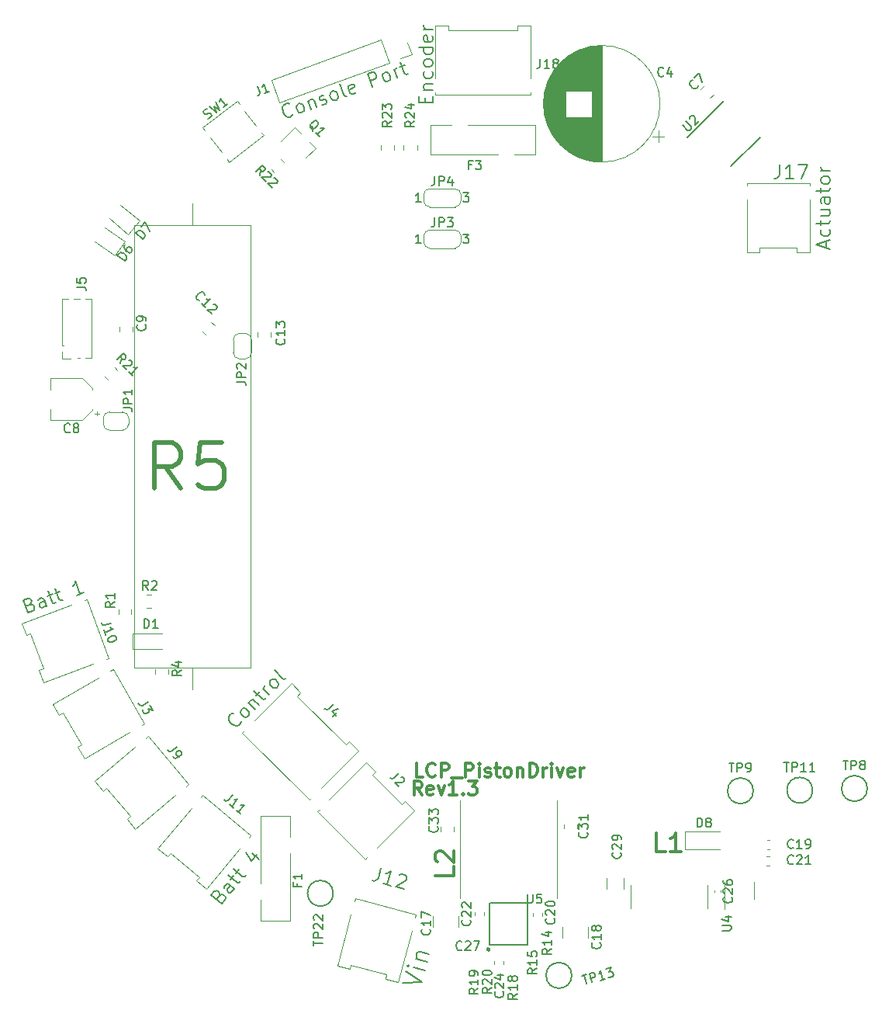
<source format=gbr>
G04 #@! TF.GenerationSoftware,KiCad,Pcbnew,7.0.10*
G04 #@! TF.CreationDate,2024-08-19T09:51:56-07:00*
G04 #@! TF.ProjectId,LCP_PowerControl,4c43505f-506f-4776-9572-436f6e74726f,rev?*
G04 #@! TF.SameCoordinates,Original*
G04 #@! TF.FileFunction,Legend,Top*
G04 #@! TF.FilePolarity,Positive*
%FSLAX46Y46*%
G04 Gerber Fmt 4.6, Leading zero omitted, Abs format (unit mm)*
G04 Created by KiCad (PCBNEW 7.0.10) date 2024-08-19 09:51:56*
%MOMM*%
%LPD*%
G01*
G04 APERTURE LIST*
%ADD10C,0.300000*%
%ADD11C,0.150000*%
%ADD12C,0.200000*%
%ADD13C,0.203200*%
%ADD14C,0.152400*%
%ADD15C,0.500000*%
%ADD16C,0.120000*%
G04 APERTURE END LIST*
D10*
X114253486Y-130116728D02*
X113753486Y-129402442D01*
X113396343Y-130116728D02*
X113396343Y-128616728D01*
X113396343Y-128616728D02*
X113967772Y-128616728D01*
X113967772Y-128616728D02*
X114110629Y-128688157D01*
X114110629Y-128688157D02*
X114182058Y-128759585D01*
X114182058Y-128759585D02*
X114253486Y-128902442D01*
X114253486Y-128902442D02*
X114253486Y-129116728D01*
X114253486Y-129116728D02*
X114182058Y-129259585D01*
X114182058Y-129259585D02*
X114110629Y-129331014D01*
X114110629Y-129331014D02*
X113967772Y-129402442D01*
X113967772Y-129402442D02*
X113396343Y-129402442D01*
X115467772Y-130045300D02*
X115324915Y-130116728D01*
X115324915Y-130116728D02*
X115039201Y-130116728D01*
X115039201Y-130116728D02*
X114896343Y-130045300D01*
X114896343Y-130045300D02*
X114824915Y-129902442D01*
X114824915Y-129902442D02*
X114824915Y-129331014D01*
X114824915Y-129331014D02*
X114896343Y-129188157D01*
X114896343Y-129188157D02*
X115039201Y-129116728D01*
X115039201Y-129116728D02*
X115324915Y-129116728D01*
X115324915Y-129116728D02*
X115467772Y-129188157D01*
X115467772Y-129188157D02*
X115539201Y-129331014D01*
X115539201Y-129331014D02*
X115539201Y-129473871D01*
X115539201Y-129473871D02*
X114824915Y-129616728D01*
X116039200Y-129116728D02*
X116396343Y-130116728D01*
X116396343Y-130116728D02*
X116753486Y-129116728D01*
X118110629Y-130116728D02*
X117253486Y-130116728D01*
X117682057Y-130116728D02*
X117682057Y-128616728D01*
X117682057Y-128616728D02*
X117539200Y-128831014D01*
X117539200Y-128831014D02*
X117396343Y-128973871D01*
X117396343Y-128973871D02*
X117253486Y-129045300D01*
X118753485Y-129973871D02*
X118824914Y-130045300D01*
X118824914Y-130045300D02*
X118753485Y-130116728D01*
X118753485Y-130116728D02*
X118682057Y-130045300D01*
X118682057Y-130045300D02*
X118753485Y-129973871D01*
X118753485Y-129973871D02*
X118753485Y-130116728D01*
X119324914Y-128616728D02*
X120253486Y-128616728D01*
X120253486Y-128616728D02*
X119753486Y-129188157D01*
X119753486Y-129188157D02*
X119967771Y-129188157D01*
X119967771Y-129188157D02*
X120110629Y-129259585D01*
X120110629Y-129259585D02*
X120182057Y-129331014D01*
X120182057Y-129331014D02*
X120253486Y-129473871D01*
X120253486Y-129473871D02*
X120253486Y-129831014D01*
X120253486Y-129831014D02*
X120182057Y-129973871D01*
X120182057Y-129973871D02*
X120110629Y-130045300D01*
X120110629Y-130045300D02*
X119967771Y-130116728D01*
X119967771Y-130116728D02*
X119539200Y-130116728D01*
X119539200Y-130116728D02*
X119396343Y-130045300D01*
X119396343Y-130045300D02*
X119324914Y-129973871D01*
D11*
X92159004Y-141105650D02*
X92351461Y-140987411D01*
X92351461Y-140987411D02*
X92452092Y-140978607D01*
X92452092Y-140978607D02*
X92607440Y-141015716D01*
X92607440Y-141015716D02*
X92771593Y-141153457D01*
X92771593Y-141153457D02*
X92835114Y-141300001D01*
X92835114Y-141300001D02*
X92843918Y-141400632D01*
X92843918Y-141400632D02*
X92806809Y-141555980D01*
X92806809Y-141555980D02*
X92439502Y-141993720D01*
X92439502Y-141993720D02*
X91290435Y-141029538D01*
X91290435Y-141029538D02*
X91611829Y-140646516D01*
X91611829Y-140646516D02*
X91758373Y-140582995D01*
X91758373Y-140582995D02*
X91859004Y-140574191D01*
X91859004Y-140574191D02*
X92014352Y-140611300D01*
X92014352Y-140611300D02*
X92123787Y-140703127D01*
X92123787Y-140703127D02*
X92187309Y-140849671D01*
X92187309Y-140849671D02*
X92196113Y-140950302D01*
X92196113Y-140950302D02*
X92159004Y-141105650D01*
X92159004Y-141105650D02*
X91837610Y-141488672D01*
X93816904Y-140352196D02*
X93215012Y-139847149D01*
X93215012Y-139847149D02*
X93059663Y-139810039D01*
X93059663Y-139810039D02*
X92913119Y-139873561D01*
X92913119Y-139873561D02*
X92729466Y-140092431D01*
X92729466Y-140092431D02*
X92692356Y-140247779D01*
X93762186Y-140306283D02*
X93725077Y-140461631D01*
X93725077Y-140461631D02*
X93495510Y-140735218D01*
X93495510Y-140735218D02*
X93348966Y-140798740D01*
X93348966Y-140798740D02*
X93193617Y-140761630D01*
X93193617Y-140761630D02*
X93084183Y-140669804D01*
X93084183Y-140669804D02*
X93020661Y-140523259D01*
X93020661Y-140523259D02*
X93057770Y-140367911D01*
X93057770Y-140367911D02*
X93287337Y-140094324D01*
X93287337Y-140094324D02*
X93324447Y-139938975D01*
X93372253Y-139326386D02*
X93739560Y-138888646D01*
X93126971Y-138840840D02*
X94111886Y-139667281D01*
X94111886Y-139667281D02*
X94267234Y-139704390D01*
X94267234Y-139704390D02*
X94413778Y-139640869D01*
X94413778Y-139640869D02*
X94505605Y-139531434D01*
X93923214Y-138669776D02*
X94290521Y-138232037D01*
X93677932Y-138184230D02*
X94662846Y-139010671D01*
X94662846Y-139010671D02*
X94818195Y-139047781D01*
X94818195Y-139047781D02*
X94964739Y-138984259D01*
X94964739Y-138984259D02*
X95056566Y-138874824D01*
X95759750Y-136481078D02*
X96525795Y-137123866D01*
X95092444Y-136387358D02*
X95683638Y-137349646D01*
X95683638Y-137349646D02*
X96280513Y-136638319D01*
X71481745Y-109343560D02*
X71707538Y-109337391D01*
X71707538Y-109337391D02*
X71799089Y-109380081D01*
X71799089Y-109380081D02*
X71915070Y-109489893D01*
X71915070Y-109489893D02*
X71988360Y-109691256D01*
X71988360Y-109691256D02*
X71970099Y-109849928D01*
X71970099Y-109849928D02*
X71927408Y-109941479D01*
X71927408Y-109941479D02*
X71817596Y-110057460D01*
X71817596Y-110057460D02*
X71280629Y-110252900D01*
X71280629Y-110252900D02*
X70767599Y-108843361D01*
X70767599Y-108843361D02*
X71237445Y-108672351D01*
X71237445Y-108672351D02*
X71396117Y-108690612D01*
X71396117Y-108690612D02*
X71487668Y-108733302D01*
X71487668Y-108733302D02*
X71603649Y-108843114D01*
X71603649Y-108843114D02*
X71652509Y-108977356D01*
X71652509Y-108977356D02*
X71634248Y-109136028D01*
X71634248Y-109136028D02*
X71591557Y-109227579D01*
X71591557Y-109227579D02*
X71481745Y-109343560D01*
X71481745Y-109343560D02*
X71011899Y-109514570D01*
X73294256Y-109519999D02*
X73025526Y-108781669D01*
X73025526Y-108781669D02*
X72909545Y-108671858D01*
X72909545Y-108671858D02*
X72750873Y-108653597D01*
X72750873Y-108653597D02*
X72482390Y-108751317D01*
X72482390Y-108751317D02*
X72372578Y-108867298D01*
X73269826Y-109452879D02*
X73160015Y-109568859D01*
X73160015Y-109568859D02*
X72824410Y-109691009D01*
X72824410Y-109691009D02*
X72665738Y-109672749D01*
X72665738Y-109672749D02*
X72549757Y-109562937D01*
X72549757Y-109562937D02*
X72500897Y-109428695D01*
X72500897Y-109428695D02*
X72519158Y-109270023D01*
X72519158Y-109270023D02*
X72628970Y-109154042D01*
X72628970Y-109154042D02*
X72964574Y-109031892D01*
X72964574Y-109031892D02*
X73074386Y-108915911D01*
X73422083Y-108409297D02*
X73959050Y-108213857D01*
X73452435Y-107866160D02*
X73892175Y-109074337D01*
X73892175Y-109074337D02*
X74008156Y-109184148D01*
X74008156Y-109184148D02*
X74166828Y-109202409D01*
X74166828Y-109202409D02*
X74301070Y-109153549D01*
X74227534Y-108116137D02*
X74764501Y-107920696D01*
X74257886Y-107573000D02*
X74697626Y-108781176D01*
X74697626Y-108781176D02*
X74813607Y-108890988D01*
X74813607Y-108890988D02*
X74972279Y-108909249D01*
X74972279Y-108909249D02*
X75106521Y-108860389D01*
X77388632Y-108029769D02*
X76583181Y-108322929D01*
X76985906Y-108176349D02*
X76472876Y-106766810D01*
X76472876Y-106766810D02*
X76411924Y-107017033D01*
X76411924Y-107017033D02*
X76326542Y-107200134D01*
X76326542Y-107200134D02*
X76216731Y-107316115D01*
X112165562Y-150643260D02*
X114269960Y-150516947D01*
X114269960Y-150516947D02*
X112510654Y-149355359D01*
X114615052Y-149229046D02*
X113327151Y-148883954D01*
X112683200Y-148711408D02*
X112750544Y-148828050D01*
X112750544Y-148828050D02*
X112867186Y-148760707D01*
X112867186Y-148760707D02*
X112799843Y-148644064D01*
X112799843Y-148644064D02*
X112683200Y-148711408D01*
X112683200Y-148711408D02*
X112867186Y-148760707D01*
X113573645Y-147964024D02*
X114861546Y-148309117D01*
X113757631Y-148013323D02*
X113690288Y-147896681D01*
X113690288Y-147896681D02*
X113647594Y-147688046D01*
X113647594Y-147688046D02*
X113721542Y-147412067D01*
X113721542Y-147412067D02*
X113862834Y-147252730D01*
X113862834Y-147252730D02*
X114071469Y-147210036D01*
X114071469Y-147210036D02*
X115083391Y-147481180D01*
D12*
X100211683Y-55886030D02*
X100168993Y-55977581D01*
X100168993Y-55977581D02*
X99992060Y-56117992D01*
X99992060Y-56117992D02*
X99857818Y-56166852D01*
X99857818Y-56166852D02*
X99632025Y-56173021D01*
X99632025Y-56173021D02*
X99448924Y-56087639D01*
X99448924Y-56087639D02*
X99332943Y-55977828D01*
X99332943Y-55977828D02*
X99168102Y-55733774D01*
X99168102Y-55733774D02*
X99094812Y-55532411D01*
X99094812Y-55532411D02*
X99064213Y-55239498D01*
X99064213Y-55239498D02*
X99082473Y-55080826D01*
X99082473Y-55080826D02*
X99167855Y-54897724D01*
X99167855Y-54897724D02*
X99344788Y-54757313D01*
X99344788Y-54757313D02*
X99479030Y-54708453D01*
X99479030Y-54708453D02*
X99704822Y-54702284D01*
X99704822Y-54702284D02*
X99796373Y-54744975D01*
X101065994Y-55727112D02*
X100907323Y-55708851D01*
X100907323Y-55708851D02*
X100815772Y-55666160D01*
X100815772Y-55666160D02*
X100699791Y-55556348D01*
X100699791Y-55556348D02*
X100553211Y-55153623D01*
X100553211Y-55153623D02*
X100571471Y-54994951D01*
X100571471Y-54994951D02*
X100614162Y-54903400D01*
X100614162Y-54903400D02*
X100723974Y-54787419D01*
X100723974Y-54787419D02*
X100925337Y-54714129D01*
X100925337Y-54714129D02*
X101084009Y-54732390D01*
X101084009Y-54732390D02*
X101175560Y-54775081D01*
X101175560Y-54775081D02*
X101291541Y-54884893D01*
X101291541Y-54884893D02*
X101438121Y-55287618D01*
X101438121Y-55287618D02*
X101419860Y-55446290D01*
X101419860Y-55446290D02*
X101377169Y-55537841D01*
X101377169Y-55537841D02*
X101267357Y-55653822D01*
X101267357Y-55653822D02*
X101065994Y-55727112D01*
X101797909Y-54396539D02*
X102139929Y-55336232D01*
X101846769Y-54530781D02*
X101889460Y-54439230D01*
X101889460Y-54439230D02*
X101999271Y-54323249D01*
X101999271Y-54323249D02*
X102200634Y-54249959D01*
X102200634Y-54249959D02*
X102359306Y-54268220D01*
X102359306Y-54268220D02*
X102475287Y-54378032D01*
X102475287Y-54378032D02*
X102744017Y-55116362D01*
X103323675Y-54829370D02*
X103482347Y-54847631D01*
X103482347Y-54847631D02*
X103750831Y-54749911D01*
X103750831Y-54749911D02*
X103860642Y-54633930D01*
X103860642Y-54633930D02*
X103878903Y-54475259D01*
X103878903Y-54475259D02*
X103854473Y-54408138D01*
X103854473Y-54408138D02*
X103738492Y-54298326D01*
X103738492Y-54298326D02*
X103579821Y-54280065D01*
X103579821Y-54280065D02*
X103378458Y-54353355D01*
X103378458Y-54353355D02*
X103219786Y-54335094D01*
X103219786Y-54335094D02*
X103103805Y-54225282D01*
X103103805Y-54225282D02*
X103079375Y-54158161D01*
X103079375Y-54158161D02*
X103097636Y-53999490D01*
X103097636Y-53999490D02*
X103207448Y-53883509D01*
X103207448Y-53883509D02*
X103408811Y-53810219D01*
X103408811Y-53810219D02*
X103567482Y-53828480D01*
X104757644Y-54383461D02*
X104598973Y-54365200D01*
X104598973Y-54365200D02*
X104507422Y-54322509D01*
X104507422Y-54322509D02*
X104391441Y-54212697D01*
X104391441Y-54212697D02*
X104244861Y-53809972D01*
X104244861Y-53809972D02*
X104263122Y-53651300D01*
X104263122Y-53651300D02*
X104305813Y-53559749D01*
X104305813Y-53559749D02*
X104415624Y-53443768D01*
X104415624Y-53443768D02*
X104616987Y-53370478D01*
X104616987Y-53370478D02*
X104775659Y-53388739D01*
X104775659Y-53388739D02*
X104867210Y-53431430D01*
X104867210Y-53431430D02*
X104983191Y-53541242D01*
X104983191Y-53541242D02*
X105129771Y-53943967D01*
X105129771Y-53943967D02*
X105111510Y-54102639D01*
X105111510Y-54102639D02*
X105068819Y-54194190D01*
X105068819Y-54194190D02*
X104959007Y-54310171D01*
X104959007Y-54310171D02*
X104757644Y-54383461D01*
X106032942Y-53919291D02*
X105874270Y-53901030D01*
X105874270Y-53901030D02*
X105758289Y-53791218D01*
X105758289Y-53791218D02*
X105318549Y-52583042D01*
X107082446Y-53461290D02*
X106972634Y-53577271D01*
X106972634Y-53577271D02*
X106704150Y-53674991D01*
X106704150Y-53674991D02*
X106545479Y-53656730D01*
X106545479Y-53656730D02*
X106429498Y-53546918D01*
X106429498Y-53546918D02*
X106234058Y-53009951D01*
X106234058Y-53009951D02*
X106252319Y-52851279D01*
X106252319Y-52851279D02*
X106362130Y-52735298D01*
X106362130Y-52735298D02*
X106630614Y-52637578D01*
X106630614Y-52637578D02*
X106789286Y-52655839D01*
X106789286Y-52655839D02*
X106905267Y-52765651D01*
X106905267Y-52765651D02*
X106954127Y-52899893D01*
X106954127Y-52899893D02*
X106331778Y-53278435D01*
X108852019Y-52893231D02*
X108338989Y-51483692D01*
X108338989Y-51483692D02*
X108875956Y-51288252D01*
X108875956Y-51288252D02*
X109034628Y-51306512D01*
X109034628Y-51306512D02*
X109126179Y-51349203D01*
X109126179Y-51349203D02*
X109242160Y-51459015D01*
X109242160Y-51459015D02*
X109315450Y-51660378D01*
X109315450Y-51660378D02*
X109297189Y-51819050D01*
X109297189Y-51819050D02*
X109254498Y-51910601D01*
X109254498Y-51910601D02*
X109144686Y-52026582D01*
X109144686Y-52026582D02*
X108607719Y-52222022D01*
X110462921Y-52306910D02*
X110304249Y-52288649D01*
X110304249Y-52288649D02*
X110212698Y-52245959D01*
X110212698Y-52245959D02*
X110096717Y-52136147D01*
X110096717Y-52136147D02*
X109950137Y-51733421D01*
X109950137Y-51733421D02*
X109968398Y-51574750D01*
X109968398Y-51574750D02*
X110011089Y-51483199D01*
X110011089Y-51483199D02*
X110120900Y-51367218D01*
X110120900Y-51367218D02*
X110322263Y-51293928D01*
X110322263Y-51293928D02*
X110480935Y-51312189D01*
X110480935Y-51312189D02*
X110572486Y-51354879D01*
X110572486Y-51354879D02*
X110688467Y-51464691D01*
X110688467Y-51464691D02*
X110835047Y-51867417D01*
X110835047Y-51867417D02*
X110816786Y-52026089D01*
X110816786Y-52026089D02*
X110774095Y-52117639D01*
X110774095Y-52117639D02*
X110664283Y-52233620D01*
X110664283Y-52233620D02*
X110462921Y-52306910D01*
X111536855Y-51916030D02*
X111194835Y-50976338D01*
X111292555Y-51244821D02*
X111310816Y-51086149D01*
X111310816Y-51086149D02*
X111353507Y-50994598D01*
X111353507Y-50994598D02*
X111463319Y-50878618D01*
X111463319Y-50878618D02*
X111597560Y-50829757D01*
X111866044Y-50732038D02*
X112403011Y-50536598D01*
X111896396Y-50188901D02*
X112336136Y-51397077D01*
X112336136Y-51397077D02*
X112452117Y-51506889D01*
X112452117Y-51506889D02*
X112610789Y-51525150D01*
X112610789Y-51525150D02*
X112745031Y-51476290D01*
D10*
X114375657Y-128135528D02*
X113661371Y-128135528D01*
X113661371Y-128135528D02*
X113661371Y-126635528D01*
X115732800Y-127992671D02*
X115661372Y-128064100D01*
X115661372Y-128064100D02*
X115447086Y-128135528D01*
X115447086Y-128135528D02*
X115304229Y-128135528D01*
X115304229Y-128135528D02*
X115089943Y-128064100D01*
X115089943Y-128064100D02*
X114947086Y-127921242D01*
X114947086Y-127921242D02*
X114875657Y-127778385D01*
X114875657Y-127778385D02*
X114804229Y-127492671D01*
X114804229Y-127492671D02*
X114804229Y-127278385D01*
X114804229Y-127278385D02*
X114875657Y-126992671D01*
X114875657Y-126992671D02*
X114947086Y-126849814D01*
X114947086Y-126849814D02*
X115089943Y-126706957D01*
X115089943Y-126706957D02*
X115304229Y-126635528D01*
X115304229Y-126635528D02*
X115447086Y-126635528D01*
X115447086Y-126635528D02*
X115661372Y-126706957D01*
X115661372Y-126706957D02*
X115732800Y-126778385D01*
X116375657Y-128135528D02*
X116375657Y-126635528D01*
X116375657Y-126635528D02*
X116947086Y-126635528D01*
X116947086Y-126635528D02*
X117089943Y-126706957D01*
X117089943Y-126706957D02*
X117161372Y-126778385D01*
X117161372Y-126778385D02*
X117232800Y-126921242D01*
X117232800Y-126921242D02*
X117232800Y-127135528D01*
X117232800Y-127135528D02*
X117161372Y-127278385D01*
X117161372Y-127278385D02*
X117089943Y-127349814D01*
X117089943Y-127349814D02*
X116947086Y-127421242D01*
X116947086Y-127421242D02*
X116375657Y-127421242D01*
X117518515Y-128278385D02*
X118661372Y-128278385D01*
X119018514Y-128135528D02*
X119018514Y-126635528D01*
X119018514Y-126635528D02*
X119589943Y-126635528D01*
X119589943Y-126635528D02*
X119732800Y-126706957D01*
X119732800Y-126706957D02*
X119804229Y-126778385D01*
X119804229Y-126778385D02*
X119875657Y-126921242D01*
X119875657Y-126921242D02*
X119875657Y-127135528D01*
X119875657Y-127135528D02*
X119804229Y-127278385D01*
X119804229Y-127278385D02*
X119732800Y-127349814D01*
X119732800Y-127349814D02*
X119589943Y-127421242D01*
X119589943Y-127421242D02*
X119018514Y-127421242D01*
X120518514Y-128135528D02*
X120518514Y-127135528D01*
X120518514Y-126635528D02*
X120447086Y-126706957D01*
X120447086Y-126706957D02*
X120518514Y-126778385D01*
X120518514Y-126778385D02*
X120589943Y-126706957D01*
X120589943Y-126706957D02*
X120518514Y-126635528D01*
X120518514Y-126635528D02*
X120518514Y-126778385D01*
X121161372Y-128064100D02*
X121304229Y-128135528D01*
X121304229Y-128135528D02*
X121589943Y-128135528D01*
X121589943Y-128135528D02*
X121732800Y-128064100D01*
X121732800Y-128064100D02*
X121804229Y-127921242D01*
X121804229Y-127921242D02*
X121804229Y-127849814D01*
X121804229Y-127849814D02*
X121732800Y-127706957D01*
X121732800Y-127706957D02*
X121589943Y-127635528D01*
X121589943Y-127635528D02*
X121375658Y-127635528D01*
X121375658Y-127635528D02*
X121232800Y-127564100D01*
X121232800Y-127564100D02*
X121161372Y-127421242D01*
X121161372Y-127421242D02*
X121161372Y-127349814D01*
X121161372Y-127349814D02*
X121232800Y-127206957D01*
X121232800Y-127206957D02*
X121375658Y-127135528D01*
X121375658Y-127135528D02*
X121589943Y-127135528D01*
X121589943Y-127135528D02*
X121732800Y-127206957D01*
X122232801Y-127135528D02*
X122804229Y-127135528D01*
X122447086Y-126635528D02*
X122447086Y-127921242D01*
X122447086Y-127921242D02*
X122518515Y-128064100D01*
X122518515Y-128064100D02*
X122661372Y-128135528D01*
X122661372Y-128135528D02*
X122804229Y-128135528D01*
X123518515Y-128135528D02*
X123375658Y-128064100D01*
X123375658Y-128064100D02*
X123304229Y-127992671D01*
X123304229Y-127992671D02*
X123232801Y-127849814D01*
X123232801Y-127849814D02*
X123232801Y-127421242D01*
X123232801Y-127421242D02*
X123304229Y-127278385D01*
X123304229Y-127278385D02*
X123375658Y-127206957D01*
X123375658Y-127206957D02*
X123518515Y-127135528D01*
X123518515Y-127135528D02*
X123732801Y-127135528D01*
X123732801Y-127135528D02*
X123875658Y-127206957D01*
X123875658Y-127206957D02*
X123947087Y-127278385D01*
X123947087Y-127278385D02*
X124018515Y-127421242D01*
X124018515Y-127421242D02*
X124018515Y-127849814D01*
X124018515Y-127849814D02*
X123947087Y-127992671D01*
X123947087Y-127992671D02*
X123875658Y-128064100D01*
X123875658Y-128064100D02*
X123732801Y-128135528D01*
X123732801Y-128135528D02*
X123518515Y-128135528D01*
X124661372Y-127135528D02*
X124661372Y-128135528D01*
X124661372Y-127278385D02*
X124732801Y-127206957D01*
X124732801Y-127206957D02*
X124875658Y-127135528D01*
X124875658Y-127135528D02*
X125089944Y-127135528D01*
X125089944Y-127135528D02*
X125232801Y-127206957D01*
X125232801Y-127206957D02*
X125304230Y-127349814D01*
X125304230Y-127349814D02*
X125304230Y-128135528D01*
X126018515Y-128135528D02*
X126018515Y-126635528D01*
X126018515Y-126635528D02*
X126375658Y-126635528D01*
X126375658Y-126635528D02*
X126589944Y-126706957D01*
X126589944Y-126706957D02*
X126732801Y-126849814D01*
X126732801Y-126849814D02*
X126804230Y-126992671D01*
X126804230Y-126992671D02*
X126875658Y-127278385D01*
X126875658Y-127278385D02*
X126875658Y-127492671D01*
X126875658Y-127492671D02*
X126804230Y-127778385D01*
X126804230Y-127778385D02*
X126732801Y-127921242D01*
X126732801Y-127921242D02*
X126589944Y-128064100D01*
X126589944Y-128064100D02*
X126375658Y-128135528D01*
X126375658Y-128135528D02*
X126018515Y-128135528D01*
X127518515Y-128135528D02*
X127518515Y-127135528D01*
X127518515Y-127421242D02*
X127589944Y-127278385D01*
X127589944Y-127278385D02*
X127661373Y-127206957D01*
X127661373Y-127206957D02*
X127804230Y-127135528D01*
X127804230Y-127135528D02*
X127947087Y-127135528D01*
X128447086Y-128135528D02*
X128447086Y-127135528D01*
X128447086Y-126635528D02*
X128375658Y-126706957D01*
X128375658Y-126706957D02*
X128447086Y-126778385D01*
X128447086Y-126778385D02*
X128518515Y-126706957D01*
X128518515Y-126706957D02*
X128447086Y-126635528D01*
X128447086Y-126635528D02*
X128447086Y-126778385D01*
X129018515Y-127135528D02*
X129375658Y-128135528D01*
X129375658Y-128135528D02*
X129732801Y-127135528D01*
X130875658Y-128064100D02*
X130732801Y-128135528D01*
X130732801Y-128135528D02*
X130447087Y-128135528D01*
X130447087Y-128135528D02*
X130304229Y-128064100D01*
X130304229Y-128064100D02*
X130232801Y-127921242D01*
X130232801Y-127921242D02*
X130232801Y-127349814D01*
X130232801Y-127349814D02*
X130304229Y-127206957D01*
X130304229Y-127206957D02*
X130447087Y-127135528D01*
X130447087Y-127135528D02*
X130732801Y-127135528D01*
X130732801Y-127135528D02*
X130875658Y-127206957D01*
X130875658Y-127206957D02*
X130947087Y-127349814D01*
X130947087Y-127349814D02*
X130947087Y-127492671D01*
X130947087Y-127492671D02*
X130232801Y-127635528D01*
X131589943Y-128135528D02*
X131589943Y-127135528D01*
X131589943Y-127421242D02*
X131661372Y-127278385D01*
X131661372Y-127278385D02*
X131732801Y-127206957D01*
X131732801Y-127206957D02*
X131875658Y-127135528D01*
X131875658Y-127135528D02*
X132018515Y-127135528D01*
D12*
X94526407Y-122087417D02*
X94526407Y-122188432D01*
X94526407Y-122188432D02*
X94425392Y-122390462D01*
X94425392Y-122390462D02*
X94324377Y-122491478D01*
X94324377Y-122491478D02*
X94122346Y-122592493D01*
X94122346Y-122592493D02*
X93920316Y-122592493D01*
X93920316Y-122592493D02*
X93768793Y-122541985D01*
X93768793Y-122541985D02*
X93516255Y-122390462D01*
X93516255Y-122390462D02*
X93364732Y-122238940D01*
X93364732Y-122238940D02*
X93213209Y-121986401D01*
X93213209Y-121986401D02*
X93162701Y-121834878D01*
X93162701Y-121834878D02*
X93162701Y-121632848D01*
X93162701Y-121632848D02*
X93263717Y-121430817D01*
X93263717Y-121430817D02*
X93364732Y-121329802D01*
X93364732Y-121329802D02*
X93566762Y-121228787D01*
X93566762Y-121228787D02*
X93667778Y-121228787D01*
X95233514Y-121582340D02*
X95081991Y-121632848D01*
X95081991Y-121632848D02*
X94980976Y-121632848D01*
X94980976Y-121632848D02*
X94829453Y-121582340D01*
X94829453Y-121582340D02*
X94526407Y-121279295D01*
X94526407Y-121279295D02*
X94475900Y-121127772D01*
X94475900Y-121127772D02*
X94475900Y-121026756D01*
X94475900Y-121026756D02*
X94526407Y-120875234D01*
X94526407Y-120875234D02*
X94677930Y-120723711D01*
X94677930Y-120723711D02*
X94829453Y-120673203D01*
X94829453Y-120673203D02*
X94930468Y-120673203D01*
X94930468Y-120673203D02*
X95081991Y-120723711D01*
X95081991Y-120723711D02*
X95385037Y-121026756D01*
X95385037Y-121026756D02*
X95435545Y-121178279D01*
X95435545Y-121178279D02*
X95435545Y-121279295D01*
X95435545Y-121279295D02*
X95385037Y-121430817D01*
X95385037Y-121430817D02*
X95233514Y-121582340D01*
X95334529Y-120067111D02*
X96041636Y-120774218D01*
X95435545Y-120168127D02*
X95435545Y-120067111D01*
X95435545Y-120067111D02*
X95486052Y-119915589D01*
X95486052Y-119915589D02*
X95637575Y-119764066D01*
X95637575Y-119764066D02*
X95789098Y-119713558D01*
X95789098Y-119713558D02*
X95940621Y-119764066D01*
X95940621Y-119764066D02*
X96496205Y-120319650D01*
X96142652Y-119258989D02*
X96546713Y-118854928D01*
X95940621Y-118753913D02*
X96849758Y-119663050D01*
X96849758Y-119663050D02*
X97001281Y-119713558D01*
X97001281Y-119713558D02*
X97152804Y-119663050D01*
X97152804Y-119663050D02*
X97253819Y-119562035D01*
X97607373Y-119208482D02*
X96900266Y-118501375D01*
X97102297Y-118703405D02*
X97051789Y-118551882D01*
X97051789Y-118551882D02*
X97051789Y-118450867D01*
X97051789Y-118450867D02*
X97102297Y-118299344D01*
X97102297Y-118299344D02*
X97203312Y-118198329D01*
X98415495Y-118400360D02*
X98263972Y-118450867D01*
X98263972Y-118450867D02*
X98162956Y-118450867D01*
X98162956Y-118450867D02*
X98011434Y-118400360D01*
X98011434Y-118400360D02*
X97708388Y-118097314D01*
X97708388Y-118097314D02*
X97657880Y-117945791D01*
X97657880Y-117945791D02*
X97657880Y-117844776D01*
X97657880Y-117844776D02*
X97708388Y-117693253D01*
X97708388Y-117693253D02*
X97859911Y-117541730D01*
X97859911Y-117541730D02*
X98011434Y-117491223D01*
X98011434Y-117491223D02*
X98112449Y-117491223D01*
X98112449Y-117491223D02*
X98263972Y-117541730D01*
X98263972Y-117541730D02*
X98567017Y-117844776D01*
X98567017Y-117844776D02*
X98617525Y-117996299D01*
X98617525Y-117996299D02*
X98617525Y-118097314D01*
X98617525Y-118097314D02*
X98567017Y-118248837D01*
X98567017Y-118248837D02*
X98415495Y-118400360D01*
X99375140Y-117440715D02*
X99223617Y-117491222D01*
X99223617Y-117491222D02*
X99072094Y-117440715D01*
X99072094Y-117440715D02*
X98162957Y-116531578D01*
D11*
X158397957Y-70447942D02*
X158397957Y-69733657D01*
X158826528Y-70590799D02*
X157326528Y-70090799D01*
X157326528Y-70090799D02*
X158826528Y-69590799D01*
X158755100Y-68447943D02*
X158826528Y-68590800D01*
X158826528Y-68590800D02*
X158826528Y-68876514D01*
X158826528Y-68876514D02*
X158755100Y-69019371D01*
X158755100Y-69019371D02*
X158683671Y-69090800D01*
X158683671Y-69090800D02*
X158540814Y-69162228D01*
X158540814Y-69162228D02*
X158112242Y-69162228D01*
X158112242Y-69162228D02*
X157969385Y-69090800D01*
X157969385Y-69090800D02*
X157897957Y-69019371D01*
X157897957Y-69019371D02*
X157826528Y-68876514D01*
X157826528Y-68876514D02*
X157826528Y-68590800D01*
X157826528Y-68590800D02*
X157897957Y-68447943D01*
X157826528Y-68019371D02*
X157826528Y-67447943D01*
X157326528Y-67805086D02*
X158612242Y-67805086D01*
X158612242Y-67805086D02*
X158755100Y-67733657D01*
X158755100Y-67733657D02*
X158826528Y-67590800D01*
X158826528Y-67590800D02*
X158826528Y-67447943D01*
X157826528Y-66305086D02*
X158826528Y-66305086D01*
X157826528Y-66947943D02*
X158612242Y-66947943D01*
X158612242Y-66947943D02*
X158755100Y-66876514D01*
X158755100Y-66876514D02*
X158826528Y-66733657D01*
X158826528Y-66733657D02*
X158826528Y-66519371D01*
X158826528Y-66519371D02*
X158755100Y-66376514D01*
X158755100Y-66376514D02*
X158683671Y-66305086D01*
X158826528Y-64947943D02*
X158040814Y-64947943D01*
X158040814Y-64947943D02*
X157897957Y-65019371D01*
X157897957Y-65019371D02*
X157826528Y-65162228D01*
X157826528Y-65162228D02*
X157826528Y-65447943D01*
X157826528Y-65447943D02*
X157897957Y-65590800D01*
X158755100Y-64947943D02*
X158826528Y-65090800D01*
X158826528Y-65090800D02*
X158826528Y-65447943D01*
X158826528Y-65447943D02*
X158755100Y-65590800D01*
X158755100Y-65590800D02*
X158612242Y-65662228D01*
X158612242Y-65662228D02*
X158469385Y-65662228D01*
X158469385Y-65662228D02*
X158326528Y-65590800D01*
X158326528Y-65590800D02*
X158255100Y-65447943D01*
X158255100Y-65447943D02*
X158255100Y-65090800D01*
X158255100Y-65090800D02*
X158183671Y-64947943D01*
X157826528Y-64447942D02*
X157826528Y-63876514D01*
X157326528Y-64233657D02*
X158612242Y-64233657D01*
X158612242Y-64233657D02*
X158755100Y-64162228D01*
X158755100Y-64162228D02*
X158826528Y-64019371D01*
X158826528Y-64019371D02*
X158826528Y-63876514D01*
X158826528Y-63162228D02*
X158755100Y-63305085D01*
X158755100Y-63305085D02*
X158683671Y-63376514D01*
X158683671Y-63376514D02*
X158540814Y-63447942D01*
X158540814Y-63447942D02*
X158112242Y-63447942D01*
X158112242Y-63447942D02*
X157969385Y-63376514D01*
X157969385Y-63376514D02*
X157897957Y-63305085D01*
X157897957Y-63305085D02*
X157826528Y-63162228D01*
X157826528Y-63162228D02*
X157826528Y-62947942D01*
X157826528Y-62947942D02*
X157897957Y-62805085D01*
X157897957Y-62805085D02*
X157969385Y-62733657D01*
X157969385Y-62733657D02*
X158112242Y-62662228D01*
X158112242Y-62662228D02*
X158540814Y-62662228D01*
X158540814Y-62662228D02*
X158683671Y-62733657D01*
X158683671Y-62733657D02*
X158755100Y-62805085D01*
X158755100Y-62805085D02*
X158826528Y-62947942D01*
X158826528Y-62947942D02*
X158826528Y-63162228D01*
X158826528Y-62019371D02*
X157826528Y-62019371D01*
X158112242Y-62019371D02*
X157969385Y-61947942D01*
X157969385Y-61947942D02*
X157897957Y-61876514D01*
X157897957Y-61876514D02*
X157826528Y-61733656D01*
X157826528Y-61733656D02*
X157826528Y-61590799D01*
X114657614Y-54602342D02*
X114657614Y-54102342D01*
X115443328Y-53888056D02*
X115443328Y-54602342D01*
X115443328Y-54602342D02*
X113943328Y-54602342D01*
X113943328Y-54602342D02*
X113943328Y-53888056D01*
X114443328Y-53245199D02*
X115443328Y-53245199D01*
X114586185Y-53245199D02*
X114514757Y-53173770D01*
X114514757Y-53173770D02*
X114443328Y-53030913D01*
X114443328Y-53030913D02*
X114443328Y-52816627D01*
X114443328Y-52816627D02*
X114514757Y-52673770D01*
X114514757Y-52673770D02*
X114657614Y-52602342D01*
X114657614Y-52602342D02*
X115443328Y-52602342D01*
X115371900Y-51245199D02*
X115443328Y-51388056D01*
X115443328Y-51388056D02*
X115443328Y-51673770D01*
X115443328Y-51673770D02*
X115371900Y-51816627D01*
X115371900Y-51816627D02*
X115300471Y-51888056D01*
X115300471Y-51888056D02*
X115157614Y-51959484D01*
X115157614Y-51959484D02*
X114729042Y-51959484D01*
X114729042Y-51959484D02*
X114586185Y-51888056D01*
X114586185Y-51888056D02*
X114514757Y-51816627D01*
X114514757Y-51816627D02*
X114443328Y-51673770D01*
X114443328Y-51673770D02*
X114443328Y-51388056D01*
X114443328Y-51388056D02*
X114514757Y-51245199D01*
X115443328Y-50388056D02*
X115371900Y-50530913D01*
X115371900Y-50530913D02*
X115300471Y-50602342D01*
X115300471Y-50602342D02*
X115157614Y-50673770D01*
X115157614Y-50673770D02*
X114729042Y-50673770D01*
X114729042Y-50673770D02*
X114586185Y-50602342D01*
X114586185Y-50602342D02*
X114514757Y-50530913D01*
X114514757Y-50530913D02*
X114443328Y-50388056D01*
X114443328Y-50388056D02*
X114443328Y-50173770D01*
X114443328Y-50173770D02*
X114514757Y-50030913D01*
X114514757Y-50030913D02*
X114586185Y-49959485D01*
X114586185Y-49959485D02*
X114729042Y-49888056D01*
X114729042Y-49888056D02*
X115157614Y-49888056D01*
X115157614Y-49888056D02*
X115300471Y-49959485D01*
X115300471Y-49959485D02*
X115371900Y-50030913D01*
X115371900Y-50030913D02*
X115443328Y-50173770D01*
X115443328Y-50173770D02*
X115443328Y-50388056D01*
X115443328Y-48602342D02*
X113943328Y-48602342D01*
X115371900Y-48602342D02*
X115443328Y-48745199D01*
X115443328Y-48745199D02*
X115443328Y-49030913D01*
X115443328Y-49030913D02*
X115371900Y-49173770D01*
X115371900Y-49173770D02*
X115300471Y-49245199D01*
X115300471Y-49245199D02*
X115157614Y-49316627D01*
X115157614Y-49316627D02*
X114729042Y-49316627D01*
X114729042Y-49316627D02*
X114586185Y-49245199D01*
X114586185Y-49245199D02*
X114514757Y-49173770D01*
X114514757Y-49173770D02*
X114443328Y-49030913D01*
X114443328Y-49030913D02*
X114443328Y-48745199D01*
X114443328Y-48745199D02*
X114514757Y-48602342D01*
X115371900Y-47316627D02*
X115443328Y-47459484D01*
X115443328Y-47459484D02*
X115443328Y-47745199D01*
X115443328Y-47745199D02*
X115371900Y-47888056D01*
X115371900Y-47888056D02*
X115229042Y-47959484D01*
X115229042Y-47959484D02*
X114657614Y-47959484D01*
X114657614Y-47959484D02*
X114514757Y-47888056D01*
X114514757Y-47888056D02*
X114443328Y-47745199D01*
X114443328Y-47745199D02*
X114443328Y-47459484D01*
X114443328Y-47459484D02*
X114514757Y-47316627D01*
X114514757Y-47316627D02*
X114657614Y-47245199D01*
X114657614Y-47245199D02*
X114800471Y-47245199D01*
X114800471Y-47245199D02*
X114943328Y-47959484D01*
X115443328Y-46602342D02*
X114443328Y-46602342D01*
X114729042Y-46602342D02*
X114586185Y-46530913D01*
X114586185Y-46530913D02*
X114514757Y-46459485D01*
X114514757Y-46459485D02*
X114443328Y-46316627D01*
X114443328Y-46316627D02*
X114443328Y-46173770D01*
X84052580Y-78843166D02*
X84100200Y-78890785D01*
X84100200Y-78890785D02*
X84147819Y-79033642D01*
X84147819Y-79033642D02*
X84147819Y-79128880D01*
X84147819Y-79128880D02*
X84100200Y-79271737D01*
X84100200Y-79271737D02*
X84004961Y-79366975D01*
X84004961Y-79366975D02*
X83909723Y-79414594D01*
X83909723Y-79414594D02*
X83719247Y-79462213D01*
X83719247Y-79462213D02*
X83576390Y-79462213D01*
X83576390Y-79462213D02*
X83385914Y-79414594D01*
X83385914Y-79414594D02*
X83290676Y-79366975D01*
X83290676Y-79366975D02*
X83195438Y-79271737D01*
X83195438Y-79271737D02*
X83147819Y-79128880D01*
X83147819Y-79128880D02*
X83147819Y-79033642D01*
X83147819Y-79033642D02*
X83195438Y-78890785D01*
X83195438Y-78890785D02*
X83243057Y-78843166D01*
X84147819Y-78366975D02*
X84147819Y-78176499D01*
X84147819Y-78176499D02*
X84100200Y-78081261D01*
X84100200Y-78081261D02*
X84052580Y-78033642D01*
X84052580Y-78033642D02*
X83909723Y-77938404D01*
X83909723Y-77938404D02*
X83719247Y-77890785D01*
X83719247Y-77890785D02*
X83338295Y-77890785D01*
X83338295Y-77890785D02*
X83243057Y-77938404D01*
X83243057Y-77938404D02*
X83195438Y-77986023D01*
X83195438Y-77986023D02*
X83147819Y-78081261D01*
X83147819Y-78081261D02*
X83147819Y-78271737D01*
X83147819Y-78271737D02*
X83195438Y-78366975D01*
X83195438Y-78366975D02*
X83243057Y-78414594D01*
X83243057Y-78414594D02*
X83338295Y-78462213D01*
X83338295Y-78462213D02*
X83576390Y-78462213D01*
X83576390Y-78462213D02*
X83671628Y-78414594D01*
X83671628Y-78414594D02*
X83719247Y-78366975D01*
X83719247Y-78366975D02*
X83766866Y-78271737D01*
X83766866Y-78271737D02*
X83766866Y-78081261D01*
X83766866Y-78081261D02*
X83719247Y-77986023D01*
X83719247Y-77986023D02*
X83671628Y-77938404D01*
X83671628Y-77938404D02*
X83576390Y-77890785D01*
X90019969Y-76202893D02*
X89952625Y-76202893D01*
X89952625Y-76202893D02*
X89817938Y-76135549D01*
X89817938Y-76135549D02*
X89750595Y-76068206D01*
X89750595Y-76068206D02*
X89683251Y-75933519D01*
X89683251Y-75933519D02*
X89683251Y-75798832D01*
X89683251Y-75798832D02*
X89716923Y-75697817D01*
X89716923Y-75697817D02*
X89817938Y-75529458D01*
X89817938Y-75529458D02*
X89918953Y-75428443D01*
X89918953Y-75428443D02*
X90087312Y-75327427D01*
X90087312Y-75327427D02*
X90188327Y-75293756D01*
X90188327Y-75293756D02*
X90323014Y-75293756D01*
X90323014Y-75293756D02*
X90457701Y-75361099D01*
X90457701Y-75361099D02*
X90525045Y-75428443D01*
X90525045Y-75428443D02*
X90592388Y-75563130D01*
X90592388Y-75563130D02*
X90592388Y-75630473D01*
X90626060Y-76943671D02*
X90221999Y-76539610D01*
X90424030Y-76741641D02*
X91131136Y-76034534D01*
X91131136Y-76034534D02*
X90962778Y-76068206D01*
X90962778Y-76068206D02*
X90828091Y-76068206D01*
X90828091Y-76068206D02*
X90727075Y-76034534D01*
X91535198Y-76573282D02*
X91602541Y-76573282D01*
X91602541Y-76573282D02*
X91703556Y-76606954D01*
X91703556Y-76606954D02*
X91871915Y-76775313D01*
X91871915Y-76775313D02*
X91905587Y-76876328D01*
X91905587Y-76876328D02*
X91905587Y-76943672D01*
X91905587Y-76943672D02*
X91871915Y-77044687D01*
X91871915Y-77044687D02*
X91804572Y-77112030D01*
X91804572Y-77112030D02*
X91669885Y-77179374D01*
X91669885Y-77179374D02*
X90861763Y-77179374D01*
X90861763Y-77179374D02*
X91299495Y-77617107D01*
X99229080Y-80398857D02*
X99276700Y-80446476D01*
X99276700Y-80446476D02*
X99324319Y-80589333D01*
X99324319Y-80589333D02*
X99324319Y-80684571D01*
X99324319Y-80684571D02*
X99276700Y-80827428D01*
X99276700Y-80827428D02*
X99181461Y-80922666D01*
X99181461Y-80922666D02*
X99086223Y-80970285D01*
X99086223Y-80970285D02*
X98895747Y-81017904D01*
X98895747Y-81017904D02*
X98752890Y-81017904D01*
X98752890Y-81017904D02*
X98562414Y-80970285D01*
X98562414Y-80970285D02*
X98467176Y-80922666D01*
X98467176Y-80922666D02*
X98371938Y-80827428D01*
X98371938Y-80827428D02*
X98324319Y-80684571D01*
X98324319Y-80684571D02*
X98324319Y-80589333D01*
X98324319Y-80589333D02*
X98371938Y-80446476D01*
X98371938Y-80446476D02*
X98419557Y-80398857D01*
X99324319Y-79446476D02*
X99324319Y-80017904D01*
X99324319Y-79732190D02*
X98324319Y-79732190D01*
X98324319Y-79732190D02*
X98467176Y-79827428D01*
X98467176Y-79827428D02*
X98562414Y-79922666D01*
X98562414Y-79922666D02*
X98610033Y-80017904D01*
X98324319Y-79113142D02*
X98324319Y-78494095D01*
X98324319Y-78494095D02*
X98705271Y-78827428D01*
X98705271Y-78827428D02*
X98705271Y-78684571D01*
X98705271Y-78684571D02*
X98752890Y-78589333D01*
X98752890Y-78589333D02*
X98800509Y-78541714D01*
X98800509Y-78541714D02*
X98895747Y-78494095D01*
X98895747Y-78494095D02*
X99133842Y-78494095D01*
X99133842Y-78494095D02*
X99229080Y-78541714D01*
X99229080Y-78541714D02*
X99276700Y-78589333D01*
X99276700Y-78589333D02*
X99324319Y-78684571D01*
X99324319Y-78684571D02*
X99324319Y-78970285D01*
X99324319Y-78970285D02*
X99276700Y-79065523D01*
X99276700Y-79065523D02*
X99229080Y-79113142D01*
X154805142Y-135868580D02*
X154757523Y-135916200D01*
X154757523Y-135916200D02*
X154614666Y-135963819D01*
X154614666Y-135963819D02*
X154519428Y-135963819D01*
X154519428Y-135963819D02*
X154376571Y-135916200D01*
X154376571Y-135916200D02*
X154281333Y-135820961D01*
X154281333Y-135820961D02*
X154233714Y-135725723D01*
X154233714Y-135725723D02*
X154186095Y-135535247D01*
X154186095Y-135535247D02*
X154186095Y-135392390D01*
X154186095Y-135392390D02*
X154233714Y-135201914D01*
X154233714Y-135201914D02*
X154281333Y-135106676D01*
X154281333Y-135106676D02*
X154376571Y-135011438D01*
X154376571Y-135011438D02*
X154519428Y-134963819D01*
X154519428Y-134963819D02*
X154614666Y-134963819D01*
X154614666Y-134963819D02*
X154757523Y-135011438D01*
X154757523Y-135011438D02*
X154805142Y-135059057D01*
X155757523Y-135963819D02*
X155186095Y-135963819D01*
X155471809Y-135963819D02*
X155471809Y-134963819D01*
X155471809Y-134963819D02*
X155376571Y-135106676D01*
X155376571Y-135106676D02*
X155281333Y-135201914D01*
X155281333Y-135201914D02*
X155186095Y-135249533D01*
X156233714Y-135963819D02*
X156424190Y-135963819D01*
X156424190Y-135963819D02*
X156519428Y-135916200D01*
X156519428Y-135916200D02*
X156567047Y-135868580D01*
X156567047Y-135868580D02*
X156662285Y-135725723D01*
X156662285Y-135725723D02*
X156709904Y-135535247D01*
X156709904Y-135535247D02*
X156709904Y-135154295D01*
X156709904Y-135154295D02*
X156662285Y-135059057D01*
X156662285Y-135059057D02*
X156614666Y-135011438D01*
X156614666Y-135011438D02*
X156519428Y-134963819D01*
X156519428Y-134963819D02*
X156328952Y-134963819D01*
X156328952Y-134963819D02*
X156233714Y-135011438D01*
X156233714Y-135011438D02*
X156186095Y-135059057D01*
X156186095Y-135059057D02*
X156138476Y-135154295D01*
X156138476Y-135154295D02*
X156138476Y-135392390D01*
X156138476Y-135392390D02*
X156186095Y-135487628D01*
X156186095Y-135487628D02*
X156233714Y-135535247D01*
X156233714Y-135535247D02*
X156328952Y-135582866D01*
X156328952Y-135582866D02*
X156519428Y-135582866D01*
X156519428Y-135582866D02*
X156614666Y-135535247D01*
X156614666Y-135535247D02*
X156662285Y-135487628D01*
X156662285Y-135487628D02*
X156709904Y-135392390D01*
X123105080Y-151569657D02*
X123152700Y-151617276D01*
X123152700Y-151617276D02*
X123200319Y-151760133D01*
X123200319Y-151760133D02*
X123200319Y-151855371D01*
X123200319Y-151855371D02*
X123152700Y-151998228D01*
X123152700Y-151998228D02*
X123057461Y-152093466D01*
X123057461Y-152093466D02*
X122962223Y-152141085D01*
X122962223Y-152141085D02*
X122771747Y-152188704D01*
X122771747Y-152188704D02*
X122628890Y-152188704D01*
X122628890Y-152188704D02*
X122438414Y-152141085D01*
X122438414Y-152141085D02*
X122343176Y-152093466D01*
X122343176Y-152093466D02*
X122247938Y-151998228D01*
X122247938Y-151998228D02*
X122200319Y-151855371D01*
X122200319Y-151855371D02*
X122200319Y-151760133D01*
X122200319Y-151760133D02*
X122247938Y-151617276D01*
X122247938Y-151617276D02*
X122295557Y-151569657D01*
X122295557Y-151188704D02*
X122247938Y-151141085D01*
X122247938Y-151141085D02*
X122200319Y-151045847D01*
X122200319Y-151045847D02*
X122200319Y-150807752D01*
X122200319Y-150807752D02*
X122247938Y-150712514D01*
X122247938Y-150712514D02*
X122295557Y-150664895D01*
X122295557Y-150664895D02*
X122390795Y-150617276D01*
X122390795Y-150617276D02*
X122486033Y-150617276D01*
X122486033Y-150617276D02*
X122628890Y-150664895D01*
X122628890Y-150664895D02*
X123200319Y-151236323D01*
X123200319Y-151236323D02*
X123200319Y-150617276D01*
X122533652Y-149760133D02*
X123200319Y-149760133D01*
X122152700Y-149998228D02*
X122866985Y-150236323D01*
X122866985Y-150236323D02*
X122866985Y-149617276D01*
X81864212Y-71858485D02*
X81045060Y-71284908D01*
X81045060Y-71284908D02*
X81181625Y-71089872D01*
X81181625Y-71089872D02*
X81302572Y-71000164D01*
X81302572Y-71000164D02*
X81435213Y-70976775D01*
X81435213Y-70976775D02*
X81540541Y-70992395D01*
X81540541Y-70992395D02*
X81723883Y-71062640D01*
X81723883Y-71062640D02*
X81840904Y-71144579D01*
X81840904Y-71144579D02*
X81969620Y-71292839D01*
X81969620Y-71292839D02*
X82020322Y-71386473D01*
X82020322Y-71386473D02*
X82043710Y-71519114D01*
X82043710Y-71519114D02*
X82000778Y-71663449D01*
X82000778Y-71663449D02*
X81864212Y-71858485D01*
X81864455Y-70114691D02*
X81755202Y-70270720D01*
X81755202Y-70270720D02*
X81739583Y-70376048D01*
X81739583Y-70376048D02*
X81751277Y-70442368D01*
X81751277Y-70442368D02*
X81813672Y-70602322D01*
X81813672Y-70602322D02*
X81942388Y-70750582D01*
X81942388Y-70750582D02*
X82254446Y-70969087D01*
X82254446Y-70969087D02*
X82359774Y-70984706D01*
X82359774Y-70984706D02*
X82426094Y-70973012D01*
X82426094Y-70973012D02*
X82519728Y-70922311D01*
X82519728Y-70922311D02*
X82628980Y-70766282D01*
X82628980Y-70766282D02*
X82644599Y-70660954D01*
X82644599Y-70660954D02*
X82632905Y-70594634D01*
X82632905Y-70594634D02*
X82582204Y-70501000D01*
X82582204Y-70501000D02*
X82387168Y-70364435D01*
X82387168Y-70364435D02*
X82281840Y-70348816D01*
X82281840Y-70348816D02*
X82215520Y-70360510D01*
X82215520Y-70360510D02*
X82121886Y-70411211D01*
X82121886Y-70411211D02*
X82012633Y-70567240D01*
X82012633Y-70567240D02*
X81997014Y-70672568D01*
X81997014Y-70672568D02*
X82008708Y-70738888D01*
X82008708Y-70738888D02*
X82059410Y-70832522D01*
X84379473Y-119987134D02*
X83760884Y-120344277D01*
X83760884Y-120344277D02*
X83613356Y-120374466D01*
X83613356Y-120374466D02*
X83483259Y-120339606D01*
X83483259Y-120339606D02*
X83370591Y-120239698D01*
X83370591Y-120239698D02*
X83322972Y-120157219D01*
X84569950Y-120317048D02*
X84879473Y-120853159D01*
X84879473Y-120853159D02*
X84382892Y-120754960D01*
X84382892Y-120754960D02*
X84454321Y-120878678D01*
X84454321Y-120878678D02*
X84460701Y-120984966D01*
X84460701Y-120984966D02*
X84443271Y-121050015D01*
X84443271Y-121050015D02*
X84384602Y-121138874D01*
X84384602Y-121138874D02*
X84178405Y-121257921D01*
X84178405Y-121257921D02*
X84072117Y-121264301D01*
X84072117Y-121264301D02*
X84007068Y-121246871D01*
X84007068Y-121246871D02*
X83918210Y-121188202D01*
X83918210Y-121188202D02*
X83775353Y-120940766D01*
X83775353Y-120940766D02*
X83768973Y-120834478D01*
X83768973Y-120834478D02*
X83786403Y-120769429D01*
X76584819Y-74723333D02*
X77299104Y-74723333D01*
X77299104Y-74723333D02*
X77441961Y-74770952D01*
X77441961Y-74770952D02*
X77537200Y-74866190D01*
X77537200Y-74866190D02*
X77584819Y-75009047D01*
X77584819Y-75009047D02*
X77584819Y-75104285D01*
X76584819Y-73770952D02*
X76584819Y-74247142D01*
X76584819Y-74247142D02*
X77061009Y-74294761D01*
X77061009Y-74294761D02*
X77013390Y-74247142D01*
X77013390Y-74247142D02*
X76965771Y-74151904D01*
X76965771Y-74151904D02*
X76965771Y-73913809D01*
X76965771Y-73913809D02*
X77013390Y-73818571D01*
X77013390Y-73818571D02*
X77061009Y-73770952D01*
X77061009Y-73770952D02*
X77156247Y-73723333D01*
X77156247Y-73723333D02*
X77394342Y-73723333D01*
X77394342Y-73723333D02*
X77489580Y-73770952D01*
X77489580Y-73770952D02*
X77537200Y-73818571D01*
X77537200Y-73818571D02*
X77584819Y-73913809D01*
X77584819Y-73913809D02*
X77584819Y-74151904D01*
X77584819Y-74151904D02*
X77537200Y-74247142D01*
X77537200Y-74247142D02*
X77489580Y-74294761D01*
X80347029Y-111371633D02*
X79675820Y-111615933D01*
X79675820Y-111615933D02*
X79525291Y-111620046D01*
X79525291Y-111620046D02*
X79403223Y-111563125D01*
X79403223Y-111563125D02*
X79309616Y-111445170D01*
X79309616Y-111445170D02*
X79277043Y-111355675D01*
X79749356Y-112653346D02*
X79553916Y-112116379D01*
X79651636Y-112384863D02*
X80591329Y-112042843D01*
X80591329Y-112042843D02*
X80424514Y-112002208D01*
X80424514Y-112002208D02*
X80302446Y-111945287D01*
X80302446Y-111945287D02*
X80225125Y-111872079D01*
X80900776Y-112893041D02*
X80933349Y-112982535D01*
X80933349Y-112982535D02*
X80921175Y-113088317D01*
X80921175Y-113088317D02*
X80892715Y-113149350D01*
X80892715Y-113149350D02*
X80819507Y-113226671D01*
X80819507Y-113226671D02*
X80656804Y-113336565D01*
X80656804Y-113336565D02*
X80433068Y-113417998D01*
X80433068Y-113417998D02*
X80237792Y-113438398D01*
X80237792Y-113438398D02*
X80132011Y-113426224D01*
X80132011Y-113426224D02*
X80070977Y-113397763D01*
X80070977Y-113397763D02*
X79993656Y-113324555D01*
X79993656Y-113324555D02*
X79961083Y-113235061D01*
X79961083Y-113235061D02*
X79973257Y-113129280D01*
X79973257Y-113129280D02*
X80001718Y-113068246D01*
X80001718Y-113068246D02*
X80074925Y-112990925D01*
X80074925Y-112990925D02*
X80237628Y-112881031D01*
X80237628Y-112881031D02*
X80461364Y-112799598D01*
X80461364Y-112799598D02*
X80656640Y-112779198D01*
X80656640Y-112779198D02*
X80762421Y-112791372D01*
X80762421Y-112791372D02*
X80823455Y-112819833D01*
X80823455Y-112819833D02*
X80900776Y-112893041D01*
X93608704Y-130126014D02*
X93149570Y-130673189D01*
X93149570Y-130673189D02*
X93021265Y-130752015D01*
X93021265Y-130752015D02*
X92887091Y-130763753D01*
X92887091Y-130763753D02*
X92747047Y-130708405D01*
X92747047Y-130708405D02*
X92674090Y-130647187D01*
X93731961Y-131534846D02*
X93294221Y-131167539D01*
X93513091Y-131351193D02*
X94155879Y-130585148D01*
X94155879Y-130585148D02*
X93991095Y-130633365D01*
X93991095Y-130633365D02*
X93856921Y-130645104D01*
X93856921Y-130645104D02*
X93753355Y-130620364D01*
X94461527Y-132147025D02*
X94023788Y-131779718D01*
X94242657Y-131963371D02*
X94885445Y-131197327D01*
X94885445Y-131197327D02*
X94720662Y-131245544D01*
X94720662Y-131245544D02*
X94586487Y-131257283D01*
X94586487Y-131257283D02*
X94482922Y-131232543D01*
D13*
X153299885Y-61349664D02*
X153299885Y-62438235D01*
X153299885Y-62438235D02*
X153227314Y-62655950D01*
X153227314Y-62655950D02*
X153082171Y-62801093D01*
X153082171Y-62801093D02*
X152864457Y-62873664D01*
X152864457Y-62873664D02*
X152719314Y-62873664D01*
X154823885Y-62873664D02*
X153953028Y-62873664D01*
X154388457Y-62873664D02*
X154388457Y-61349664D01*
X154388457Y-61349664D02*
X154243314Y-61567378D01*
X154243314Y-61567378D02*
X154098171Y-61712521D01*
X154098171Y-61712521D02*
X153953028Y-61785093D01*
X155331886Y-61349664D02*
X156347886Y-61349664D01*
X156347886Y-61349664D02*
X155694743Y-62873664D01*
D11*
X81649219Y-87904533D02*
X82363504Y-87904533D01*
X82363504Y-87904533D02*
X82506361Y-87952152D01*
X82506361Y-87952152D02*
X82601600Y-88047390D01*
X82601600Y-88047390D02*
X82649219Y-88190247D01*
X82649219Y-88190247D02*
X82649219Y-88285485D01*
X82649219Y-87428342D02*
X81649219Y-87428342D01*
X81649219Y-87428342D02*
X81649219Y-87047390D01*
X81649219Y-87047390D02*
X81696838Y-86952152D01*
X81696838Y-86952152D02*
X81744457Y-86904533D01*
X81744457Y-86904533D02*
X81839695Y-86856914D01*
X81839695Y-86856914D02*
X81982552Y-86856914D01*
X81982552Y-86856914D02*
X82077790Y-86904533D01*
X82077790Y-86904533D02*
X82125409Y-86952152D01*
X82125409Y-86952152D02*
X82173028Y-87047390D01*
X82173028Y-87047390D02*
X82173028Y-87428342D01*
X82649219Y-85904533D02*
X82649219Y-86475961D01*
X82649219Y-86190247D02*
X81649219Y-86190247D01*
X81649219Y-86190247D02*
X81792076Y-86285485D01*
X81792076Y-86285485D02*
X81887314Y-86380723D01*
X81887314Y-86380723D02*
X81934933Y-86475961D01*
X94044419Y-85059733D02*
X94758704Y-85059733D01*
X94758704Y-85059733D02*
X94901561Y-85107352D01*
X94901561Y-85107352D02*
X94996800Y-85202590D01*
X94996800Y-85202590D02*
X95044419Y-85345447D01*
X95044419Y-85345447D02*
X95044419Y-85440685D01*
X95044419Y-84583542D02*
X94044419Y-84583542D01*
X94044419Y-84583542D02*
X94044419Y-84202590D01*
X94044419Y-84202590D02*
X94092038Y-84107352D01*
X94092038Y-84107352D02*
X94139657Y-84059733D01*
X94139657Y-84059733D02*
X94234895Y-84012114D01*
X94234895Y-84012114D02*
X94377752Y-84012114D01*
X94377752Y-84012114D02*
X94472990Y-84059733D01*
X94472990Y-84059733D02*
X94520609Y-84107352D01*
X94520609Y-84107352D02*
X94568228Y-84202590D01*
X94568228Y-84202590D02*
X94568228Y-84583542D01*
X94139657Y-83631161D02*
X94092038Y-83583542D01*
X94092038Y-83583542D02*
X94044419Y-83488304D01*
X94044419Y-83488304D02*
X94044419Y-83250209D01*
X94044419Y-83250209D02*
X94092038Y-83154971D01*
X94092038Y-83154971D02*
X94139657Y-83107352D01*
X94139657Y-83107352D02*
X94234895Y-83059733D01*
X94234895Y-83059733D02*
X94330133Y-83059733D01*
X94330133Y-83059733D02*
X94472990Y-83107352D01*
X94472990Y-83107352D02*
X95044419Y-83678780D01*
X95044419Y-83678780D02*
X95044419Y-83059733D01*
X80718819Y-109069166D02*
X80242628Y-109402499D01*
X80718819Y-109640594D02*
X79718819Y-109640594D01*
X79718819Y-109640594D02*
X79718819Y-109259642D01*
X79718819Y-109259642D02*
X79766438Y-109164404D01*
X79766438Y-109164404D02*
X79814057Y-109116785D01*
X79814057Y-109116785D02*
X79909295Y-109069166D01*
X79909295Y-109069166D02*
X80052152Y-109069166D01*
X80052152Y-109069166D02*
X80147390Y-109116785D01*
X80147390Y-109116785D02*
X80195009Y-109164404D01*
X80195009Y-109164404D02*
X80242628Y-109259642D01*
X80242628Y-109259642D02*
X80242628Y-109640594D01*
X80718819Y-108116785D02*
X80718819Y-108688213D01*
X80718819Y-108402499D02*
X79718819Y-108402499D01*
X79718819Y-108402499D02*
X79861676Y-108497737D01*
X79861676Y-108497737D02*
X79956914Y-108592975D01*
X79956914Y-108592975D02*
X80004533Y-108688213D01*
X84415333Y-107769819D02*
X84082000Y-107293628D01*
X83843905Y-107769819D02*
X83843905Y-106769819D01*
X83843905Y-106769819D02*
X84224857Y-106769819D01*
X84224857Y-106769819D02*
X84320095Y-106817438D01*
X84320095Y-106817438D02*
X84367714Y-106865057D01*
X84367714Y-106865057D02*
X84415333Y-106960295D01*
X84415333Y-106960295D02*
X84415333Y-107103152D01*
X84415333Y-107103152D02*
X84367714Y-107198390D01*
X84367714Y-107198390D02*
X84320095Y-107246009D01*
X84320095Y-107246009D02*
X84224857Y-107293628D01*
X84224857Y-107293628D02*
X83843905Y-107293628D01*
X84796286Y-106865057D02*
X84843905Y-106817438D01*
X84843905Y-106817438D02*
X84939143Y-106769819D01*
X84939143Y-106769819D02*
X85177238Y-106769819D01*
X85177238Y-106769819D02*
X85272476Y-106817438D01*
X85272476Y-106817438D02*
X85320095Y-106865057D01*
X85320095Y-106865057D02*
X85367714Y-106960295D01*
X85367714Y-106960295D02*
X85367714Y-107055533D01*
X85367714Y-107055533D02*
X85320095Y-107198390D01*
X85320095Y-107198390D02*
X84748667Y-107769819D01*
X84748667Y-107769819D02*
X85367714Y-107769819D01*
X88021319Y-116498666D02*
X87545128Y-116831999D01*
X88021319Y-117070094D02*
X87021319Y-117070094D01*
X87021319Y-117070094D02*
X87021319Y-116689142D01*
X87021319Y-116689142D02*
X87068938Y-116593904D01*
X87068938Y-116593904D02*
X87116557Y-116546285D01*
X87116557Y-116546285D02*
X87211795Y-116498666D01*
X87211795Y-116498666D02*
X87354652Y-116498666D01*
X87354652Y-116498666D02*
X87449890Y-116546285D01*
X87449890Y-116546285D02*
X87497509Y-116593904D01*
X87497509Y-116593904D02*
X87545128Y-116689142D01*
X87545128Y-116689142D02*
X87545128Y-117070094D01*
X87354652Y-115641523D02*
X88021319Y-115641523D01*
X86973700Y-115879618D02*
X87687985Y-116117713D01*
X87687985Y-116117713D02*
X87687985Y-115498666D01*
X120406319Y-151201357D02*
X119930128Y-151534690D01*
X120406319Y-151772785D02*
X119406319Y-151772785D01*
X119406319Y-151772785D02*
X119406319Y-151391833D01*
X119406319Y-151391833D02*
X119453938Y-151296595D01*
X119453938Y-151296595D02*
X119501557Y-151248976D01*
X119501557Y-151248976D02*
X119596795Y-151201357D01*
X119596795Y-151201357D02*
X119739652Y-151201357D01*
X119739652Y-151201357D02*
X119834890Y-151248976D01*
X119834890Y-151248976D02*
X119882509Y-151296595D01*
X119882509Y-151296595D02*
X119930128Y-151391833D01*
X119930128Y-151391833D02*
X119930128Y-151772785D01*
X120406319Y-150248976D02*
X120406319Y-150820404D01*
X120406319Y-150534690D02*
X119406319Y-150534690D01*
X119406319Y-150534690D02*
X119549176Y-150629928D01*
X119549176Y-150629928D02*
X119644414Y-150725166D01*
X119644414Y-150725166D02*
X119692033Y-150820404D01*
X120406319Y-149772785D02*
X120406319Y-149582309D01*
X120406319Y-149582309D02*
X120358700Y-149487071D01*
X120358700Y-149487071D02*
X120311080Y-149439452D01*
X120311080Y-149439452D02*
X120168223Y-149344214D01*
X120168223Y-149344214D02*
X119977747Y-149296595D01*
X119977747Y-149296595D02*
X119596795Y-149296595D01*
X119596795Y-149296595D02*
X119501557Y-149344214D01*
X119501557Y-149344214D02*
X119453938Y-149391833D01*
X119453938Y-149391833D02*
X119406319Y-149487071D01*
X119406319Y-149487071D02*
X119406319Y-149677547D01*
X119406319Y-149677547D02*
X119453938Y-149772785D01*
X119453938Y-149772785D02*
X119501557Y-149820404D01*
X119501557Y-149820404D02*
X119596795Y-149868023D01*
X119596795Y-149868023D02*
X119834890Y-149868023D01*
X119834890Y-149868023D02*
X119930128Y-149820404D01*
X119930128Y-149820404D02*
X119977747Y-149772785D01*
X119977747Y-149772785D02*
X120025366Y-149677547D01*
X120025366Y-149677547D02*
X120025366Y-149487071D01*
X120025366Y-149487071D02*
X119977747Y-149391833D01*
X119977747Y-149391833D02*
X119930128Y-149344214D01*
X119930128Y-149344214D02*
X119834890Y-149296595D01*
X121866819Y-151137857D02*
X121390628Y-151471190D01*
X121866819Y-151709285D02*
X120866819Y-151709285D01*
X120866819Y-151709285D02*
X120866819Y-151328333D01*
X120866819Y-151328333D02*
X120914438Y-151233095D01*
X120914438Y-151233095D02*
X120962057Y-151185476D01*
X120962057Y-151185476D02*
X121057295Y-151137857D01*
X121057295Y-151137857D02*
X121200152Y-151137857D01*
X121200152Y-151137857D02*
X121295390Y-151185476D01*
X121295390Y-151185476D02*
X121343009Y-151233095D01*
X121343009Y-151233095D02*
X121390628Y-151328333D01*
X121390628Y-151328333D02*
X121390628Y-151709285D01*
X120962057Y-150756904D02*
X120914438Y-150709285D01*
X120914438Y-150709285D02*
X120866819Y-150614047D01*
X120866819Y-150614047D02*
X120866819Y-150375952D01*
X120866819Y-150375952D02*
X120914438Y-150280714D01*
X120914438Y-150280714D02*
X120962057Y-150233095D01*
X120962057Y-150233095D02*
X121057295Y-150185476D01*
X121057295Y-150185476D02*
X121152533Y-150185476D01*
X121152533Y-150185476D02*
X121295390Y-150233095D01*
X121295390Y-150233095D02*
X121866819Y-150804523D01*
X121866819Y-150804523D02*
X121866819Y-150185476D01*
X120866819Y-149566428D02*
X120866819Y-149471190D01*
X120866819Y-149471190D02*
X120914438Y-149375952D01*
X120914438Y-149375952D02*
X120962057Y-149328333D01*
X120962057Y-149328333D02*
X121057295Y-149280714D01*
X121057295Y-149280714D02*
X121247771Y-149233095D01*
X121247771Y-149233095D02*
X121485866Y-149233095D01*
X121485866Y-149233095D02*
X121676342Y-149280714D01*
X121676342Y-149280714D02*
X121771580Y-149328333D01*
X121771580Y-149328333D02*
X121819200Y-149375952D01*
X121819200Y-149375952D02*
X121866819Y-149471190D01*
X121866819Y-149471190D02*
X121866819Y-149566428D01*
X121866819Y-149566428D02*
X121819200Y-149661666D01*
X121819200Y-149661666D02*
X121771580Y-149709285D01*
X121771580Y-149709285D02*
X121676342Y-149756904D01*
X121676342Y-149756904D02*
X121485866Y-149804523D01*
X121485866Y-149804523D02*
X121247771Y-149804523D01*
X121247771Y-149804523D02*
X121057295Y-149756904D01*
X121057295Y-149756904D02*
X120962057Y-149709285D01*
X120962057Y-149709285D02*
X120914438Y-149661666D01*
X120914438Y-149661666D02*
X120866819Y-149566428D01*
X90917246Y-56355604D02*
X91059571Y-56306416D01*
X91059571Y-56306416D02*
X91248465Y-56161473D01*
X91248465Y-56161473D02*
X91295033Y-56065717D01*
X91295033Y-56065717D02*
X91303824Y-55998950D01*
X91303824Y-55998950D02*
X91283625Y-55894404D01*
X91283625Y-55894404D02*
X91225648Y-55818846D01*
X91225648Y-55818846D02*
X91129892Y-55772277D01*
X91129892Y-55772277D02*
X91063124Y-55763487D01*
X91063124Y-55763487D02*
X90958578Y-55783686D01*
X90958578Y-55783686D02*
X90778475Y-55861862D01*
X90778475Y-55861862D02*
X90673929Y-55882060D01*
X90673929Y-55882060D02*
X90607161Y-55873270D01*
X90607161Y-55873270D02*
X90511405Y-55826701D01*
X90511405Y-55826701D02*
X90453428Y-55751144D01*
X90453428Y-55751144D02*
X90433229Y-55646598D01*
X90433229Y-55646598D02*
X90442019Y-55579830D01*
X90442019Y-55579830D02*
X90488588Y-55484074D01*
X90488588Y-55484074D02*
X90677482Y-55339131D01*
X90677482Y-55339131D02*
X90819807Y-55289944D01*
X91055269Y-55049245D02*
X91852924Y-55697655D01*
X91852924Y-55697655D02*
X91569210Y-55015019D01*
X91569210Y-55015019D02*
X92155154Y-55465746D01*
X92155154Y-55465746D02*
X91735286Y-54527449D01*
X93061844Y-54770019D02*
X92608499Y-55117882D01*
X92835171Y-54943950D02*
X92226410Y-54150597D01*
X92226410Y-54150597D02*
X92237818Y-54321911D01*
X92237818Y-54321911D02*
X92220238Y-54455445D01*
X92220238Y-54455445D02*
X92173669Y-54551201D01*
X160218595Y-126367819D02*
X160790023Y-126367819D01*
X160504309Y-127367819D02*
X160504309Y-126367819D01*
X161123357Y-127367819D02*
X161123357Y-126367819D01*
X161123357Y-126367819D02*
X161504309Y-126367819D01*
X161504309Y-126367819D02*
X161599547Y-126415438D01*
X161599547Y-126415438D02*
X161647166Y-126463057D01*
X161647166Y-126463057D02*
X161694785Y-126558295D01*
X161694785Y-126558295D02*
X161694785Y-126701152D01*
X161694785Y-126701152D02*
X161647166Y-126796390D01*
X161647166Y-126796390D02*
X161599547Y-126844009D01*
X161599547Y-126844009D02*
X161504309Y-126891628D01*
X161504309Y-126891628D02*
X161123357Y-126891628D01*
X162266214Y-126796390D02*
X162170976Y-126748771D01*
X162170976Y-126748771D02*
X162123357Y-126701152D01*
X162123357Y-126701152D02*
X162075738Y-126605914D01*
X162075738Y-126605914D02*
X162075738Y-126558295D01*
X162075738Y-126558295D02*
X162123357Y-126463057D01*
X162123357Y-126463057D02*
X162170976Y-126415438D01*
X162170976Y-126415438D02*
X162266214Y-126367819D01*
X162266214Y-126367819D02*
X162456690Y-126367819D01*
X162456690Y-126367819D02*
X162551928Y-126415438D01*
X162551928Y-126415438D02*
X162599547Y-126463057D01*
X162599547Y-126463057D02*
X162647166Y-126558295D01*
X162647166Y-126558295D02*
X162647166Y-126605914D01*
X162647166Y-126605914D02*
X162599547Y-126701152D01*
X162599547Y-126701152D02*
X162551928Y-126748771D01*
X162551928Y-126748771D02*
X162456690Y-126796390D01*
X162456690Y-126796390D02*
X162266214Y-126796390D01*
X162266214Y-126796390D02*
X162170976Y-126844009D01*
X162170976Y-126844009D02*
X162123357Y-126891628D01*
X162123357Y-126891628D02*
X162075738Y-126986866D01*
X162075738Y-126986866D02*
X162075738Y-127177342D01*
X162075738Y-127177342D02*
X162123357Y-127272580D01*
X162123357Y-127272580D02*
X162170976Y-127320200D01*
X162170976Y-127320200D02*
X162266214Y-127367819D01*
X162266214Y-127367819D02*
X162456690Y-127367819D01*
X162456690Y-127367819D02*
X162551928Y-127320200D01*
X162551928Y-127320200D02*
X162599547Y-127272580D01*
X162599547Y-127272580D02*
X162647166Y-127177342D01*
X162647166Y-127177342D02*
X162647166Y-126986866D01*
X162647166Y-126986866D02*
X162599547Y-126891628D01*
X162599547Y-126891628D02*
X162551928Y-126844009D01*
X162551928Y-126844009D02*
X162456690Y-126796390D01*
X147772595Y-126621819D02*
X148344023Y-126621819D01*
X148058309Y-127621819D02*
X148058309Y-126621819D01*
X148677357Y-127621819D02*
X148677357Y-126621819D01*
X148677357Y-126621819D02*
X149058309Y-126621819D01*
X149058309Y-126621819D02*
X149153547Y-126669438D01*
X149153547Y-126669438D02*
X149201166Y-126717057D01*
X149201166Y-126717057D02*
X149248785Y-126812295D01*
X149248785Y-126812295D02*
X149248785Y-126955152D01*
X149248785Y-126955152D02*
X149201166Y-127050390D01*
X149201166Y-127050390D02*
X149153547Y-127098009D01*
X149153547Y-127098009D02*
X149058309Y-127145628D01*
X149058309Y-127145628D02*
X148677357Y-127145628D01*
X149724976Y-127621819D02*
X149915452Y-127621819D01*
X149915452Y-127621819D02*
X150010690Y-127574200D01*
X150010690Y-127574200D02*
X150058309Y-127526580D01*
X150058309Y-127526580D02*
X150153547Y-127383723D01*
X150153547Y-127383723D02*
X150201166Y-127193247D01*
X150201166Y-127193247D02*
X150201166Y-126812295D01*
X150201166Y-126812295D02*
X150153547Y-126717057D01*
X150153547Y-126717057D02*
X150105928Y-126669438D01*
X150105928Y-126669438D02*
X150010690Y-126621819D01*
X150010690Y-126621819D02*
X149820214Y-126621819D01*
X149820214Y-126621819D02*
X149724976Y-126669438D01*
X149724976Y-126669438D02*
X149677357Y-126717057D01*
X149677357Y-126717057D02*
X149629738Y-126812295D01*
X149629738Y-126812295D02*
X149629738Y-127050390D01*
X149629738Y-127050390D02*
X149677357Y-127145628D01*
X149677357Y-127145628D02*
X149724976Y-127193247D01*
X149724976Y-127193247D02*
X149820214Y-127240866D01*
X149820214Y-127240866D02*
X150010690Y-127240866D01*
X150010690Y-127240866D02*
X150105928Y-127193247D01*
X150105928Y-127193247D02*
X150153547Y-127145628D01*
X150153547Y-127145628D02*
X150201166Y-127050390D01*
X102454819Y-146568894D02*
X102454819Y-145997466D01*
X103454819Y-146283180D02*
X102454819Y-146283180D01*
X103454819Y-145664132D02*
X102454819Y-145664132D01*
X102454819Y-145664132D02*
X102454819Y-145283180D01*
X102454819Y-145283180D02*
X102502438Y-145187942D01*
X102502438Y-145187942D02*
X102550057Y-145140323D01*
X102550057Y-145140323D02*
X102645295Y-145092704D01*
X102645295Y-145092704D02*
X102788152Y-145092704D01*
X102788152Y-145092704D02*
X102883390Y-145140323D01*
X102883390Y-145140323D02*
X102931009Y-145187942D01*
X102931009Y-145187942D02*
X102978628Y-145283180D01*
X102978628Y-145283180D02*
X102978628Y-145664132D01*
X102550057Y-144711751D02*
X102502438Y-144664132D01*
X102502438Y-144664132D02*
X102454819Y-144568894D01*
X102454819Y-144568894D02*
X102454819Y-144330799D01*
X102454819Y-144330799D02*
X102502438Y-144235561D01*
X102502438Y-144235561D02*
X102550057Y-144187942D01*
X102550057Y-144187942D02*
X102645295Y-144140323D01*
X102645295Y-144140323D02*
X102740533Y-144140323D01*
X102740533Y-144140323D02*
X102883390Y-144187942D01*
X102883390Y-144187942D02*
X103454819Y-144759370D01*
X103454819Y-144759370D02*
X103454819Y-144140323D01*
X102550057Y-143759370D02*
X102502438Y-143711751D01*
X102502438Y-143711751D02*
X102454819Y-143616513D01*
X102454819Y-143616513D02*
X102454819Y-143378418D01*
X102454819Y-143378418D02*
X102502438Y-143283180D01*
X102502438Y-143283180D02*
X102550057Y-143235561D01*
X102550057Y-143235561D02*
X102645295Y-143187942D01*
X102645295Y-143187942D02*
X102740533Y-143187942D01*
X102740533Y-143187942D02*
X102883390Y-143235561D01*
X102883390Y-143235561D02*
X103454819Y-143806989D01*
X103454819Y-143806989D02*
X103454819Y-143187942D01*
D10*
X140827166Y-136291638D02*
X139874785Y-136291638D01*
X139874785Y-136291638D02*
X139874785Y-134291638D01*
X142541452Y-136291638D02*
X141398595Y-136291638D01*
X141970023Y-136291638D02*
X141970023Y-134291638D01*
X141970023Y-134291638D02*
X141779547Y-134577352D01*
X141779547Y-134577352D02*
X141589071Y-134767828D01*
X141589071Y-134767828D02*
X141398595Y-134863066D01*
D11*
X154805142Y-137583080D02*
X154757523Y-137630700D01*
X154757523Y-137630700D02*
X154614666Y-137678319D01*
X154614666Y-137678319D02*
X154519428Y-137678319D01*
X154519428Y-137678319D02*
X154376571Y-137630700D01*
X154376571Y-137630700D02*
X154281333Y-137535461D01*
X154281333Y-137535461D02*
X154233714Y-137440223D01*
X154233714Y-137440223D02*
X154186095Y-137249747D01*
X154186095Y-137249747D02*
X154186095Y-137106890D01*
X154186095Y-137106890D02*
X154233714Y-136916414D01*
X154233714Y-136916414D02*
X154281333Y-136821176D01*
X154281333Y-136821176D02*
X154376571Y-136725938D01*
X154376571Y-136725938D02*
X154519428Y-136678319D01*
X154519428Y-136678319D02*
X154614666Y-136678319D01*
X154614666Y-136678319D02*
X154757523Y-136725938D01*
X154757523Y-136725938D02*
X154805142Y-136773557D01*
X155186095Y-136773557D02*
X155233714Y-136725938D01*
X155233714Y-136725938D02*
X155328952Y-136678319D01*
X155328952Y-136678319D02*
X155567047Y-136678319D01*
X155567047Y-136678319D02*
X155662285Y-136725938D01*
X155662285Y-136725938D02*
X155709904Y-136773557D01*
X155709904Y-136773557D02*
X155757523Y-136868795D01*
X155757523Y-136868795D02*
X155757523Y-136964033D01*
X155757523Y-136964033D02*
X155709904Y-137106890D01*
X155709904Y-137106890D02*
X155138476Y-137678319D01*
X155138476Y-137678319D02*
X155757523Y-137678319D01*
X156709904Y-137678319D02*
X156138476Y-137678319D01*
X156424190Y-137678319D02*
X156424190Y-136678319D01*
X156424190Y-136678319D02*
X156328952Y-136821176D01*
X156328952Y-136821176D02*
X156233714Y-136916414D01*
X156233714Y-136916414D02*
X156138476Y-136964033D01*
X147028819Y-144906904D02*
X147838342Y-144906904D01*
X147838342Y-144906904D02*
X147933580Y-144859285D01*
X147933580Y-144859285D02*
X147981200Y-144811666D01*
X147981200Y-144811666D02*
X148028819Y-144716428D01*
X148028819Y-144716428D02*
X148028819Y-144525952D01*
X148028819Y-144525952D02*
X147981200Y-144430714D01*
X147981200Y-144430714D02*
X147933580Y-144383095D01*
X147933580Y-144383095D02*
X147838342Y-144335476D01*
X147838342Y-144335476D02*
X147028819Y-144335476D01*
X147362152Y-143430714D02*
X148028819Y-143430714D01*
X146981200Y-143668809D02*
X147695485Y-143906904D01*
X147695485Y-143906904D02*
X147695485Y-143287857D01*
X87528570Y-124870216D02*
X86981395Y-125329350D01*
X86981395Y-125329350D02*
X86841351Y-125384698D01*
X86841351Y-125384698D02*
X86707177Y-125372959D01*
X86707177Y-125372959D02*
X86578872Y-125294133D01*
X86578872Y-125294133D02*
X86517654Y-125221177D01*
X87099224Y-125914265D02*
X87221659Y-126060178D01*
X87221659Y-126060178D02*
X87319356Y-126102526D01*
X87319356Y-126102526D02*
X87386443Y-126108395D01*
X87386443Y-126108395D02*
X87557096Y-126089525D01*
X87557096Y-126089525D02*
X87733618Y-126003568D01*
X87733618Y-126003568D02*
X88025444Y-125758696D01*
X88025444Y-125758696D02*
X88067792Y-125661000D01*
X88067792Y-125661000D02*
X88073661Y-125593913D01*
X88073661Y-125593913D02*
X88048922Y-125490347D01*
X88048922Y-125490347D02*
X87926486Y-125344434D01*
X87926486Y-125344434D02*
X87828790Y-125302086D01*
X87828790Y-125302086D02*
X87761703Y-125296217D01*
X87761703Y-125296217D02*
X87658137Y-125320956D01*
X87658137Y-125320956D02*
X87475746Y-125474001D01*
X87475746Y-125474001D02*
X87433398Y-125571697D01*
X87433398Y-125571697D02*
X87427528Y-125638784D01*
X87427528Y-125638784D02*
X87452268Y-125742350D01*
X87452268Y-125742350D02*
X87574704Y-125888263D01*
X87574704Y-125888263D02*
X87672400Y-125930611D01*
X87672400Y-125930611D02*
X87739487Y-125936480D01*
X87739487Y-125936480D02*
X87843053Y-125911741D01*
X125780895Y-140932819D02*
X125780895Y-141742342D01*
X125780895Y-141742342D02*
X125828514Y-141837580D01*
X125828514Y-141837580D02*
X125876133Y-141885200D01*
X125876133Y-141885200D02*
X125971371Y-141932819D01*
X125971371Y-141932819D02*
X126161847Y-141932819D01*
X126161847Y-141932819D02*
X126257085Y-141885200D01*
X126257085Y-141885200D02*
X126304704Y-141837580D01*
X126304704Y-141837580D02*
X126352323Y-141742342D01*
X126352323Y-141742342D02*
X126352323Y-140932819D01*
X127304704Y-140932819D02*
X126828514Y-140932819D01*
X126828514Y-140932819D02*
X126780895Y-141409009D01*
X126780895Y-141409009D02*
X126828514Y-141361390D01*
X126828514Y-141361390D02*
X126923752Y-141313771D01*
X126923752Y-141313771D02*
X127161847Y-141313771D01*
X127161847Y-141313771D02*
X127257085Y-141361390D01*
X127257085Y-141361390D02*
X127304704Y-141409009D01*
X127304704Y-141409009D02*
X127352323Y-141504247D01*
X127352323Y-141504247D02*
X127352323Y-141742342D01*
X127352323Y-141742342D02*
X127304704Y-141837580D01*
X127304704Y-141837580D02*
X127257085Y-141885200D01*
X127257085Y-141885200D02*
X127161847Y-141932819D01*
X127161847Y-141932819D02*
X126923752Y-141932819D01*
X126923752Y-141932819D02*
X126828514Y-141885200D01*
X126828514Y-141885200D02*
X126780895Y-141837580D01*
D14*
X124668095Y-151783142D02*
X124184286Y-152121809D01*
X124668095Y-152363714D02*
X123652095Y-152363714D01*
X123652095Y-152363714D02*
X123652095Y-151976666D01*
X123652095Y-151976666D02*
X123700476Y-151879904D01*
X123700476Y-151879904D02*
X123748857Y-151831523D01*
X123748857Y-151831523D02*
X123845619Y-151783142D01*
X123845619Y-151783142D02*
X123990762Y-151783142D01*
X123990762Y-151783142D02*
X124087524Y-151831523D01*
X124087524Y-151831523D02*
X124135905Y-151879904D01*
X124135905Y-151879904D02*
X124184286Y-151976666D01*
X124184286Y-151976666D02*
X124184286Y-152363714D01*
X124668095Y-150815523D02*
X124668095Y-151396095D01*
X124668095Y-151105809D02*
X123652095Y-151105809D01*
X123652095Y-151105809D02*
X123797238Y-151202571D01*
X123797238Y-151202571D02*
X123894000Y-151299333D01*
X123894000Y-151299333D02*
X123942381Y-151396095D01*
X124087524Y-150234952D02*
X124039143Y-150331714D01*
X124039143Y-150331714D02*
X123990762Y-150380095D01*
X123990762Y-150380095D02*
X123894000Y-150428476D01*
X123894000Y-150428476D02*
X123845619Y-150428476D01*
X123845619Y-150428476D02*
X123748857Y-150380095D01*
X123748857Y-150380095D02*
X123700476Y-150331714D01*
X123700476Y-150331714D02*
X123652095Y-150234952D01*
X123652095Y-150234952D02*
X123652095Y-150041428D01*
X123652095Y-150041428D02*
X123700476Y-149944666D01*
X123700476Y-149944666D02*
X123748857Y-149896285D01*
X123748857Y-149896285D02*
X123845619Y-149847904D01*
X123845619Y-149847904D02*
X123894000Y-149847904D01*
X123894000Y-149847904D02*
X123990762Y-149896285D01*
X123990762Y-149896285D02*
X124039143Y-149944666D01*
X124039143Y-149944666D02*
X124087524Y-150041428D01*
X124087524Y-150041428D02*
X124087524Y-150234952D01*
X124087524Y-150234952D02*
X124135905Y-150331714D01*
X124135905Y-150331714D02*
X124184286Y-150380095D01*
X124184286Y-150380095D02*
X124281048Y-150428476D01*
X124281048Y-150428476D02*
X124474572Y-150428476D01*
X124474572Y-150428476D02*
X124571334Y-150380095D01*
X124571334Y-150380095D02*
X124619715Y-150331714D01*
X124619715Y-150331714D02*
X124668095Y-150234952D01*
X124668095Y-150234952D02*
X124668095Y-150041428D01*
X124668095Y-150041428D02*
X124619715Y-149944666D01*
X124619715Y-149944666D02*
X124571334Y-149896285D01*
X124571334Y-149896285D02*
X124474572Y-149847904D01*
X124474572Y-149847904D02*
X124281048Y-149847904D01*
X124281048Y-149847904D02*
X124184286Y-149896285D01*
X124184286Y-149896285D02*
X124135905Y-149944666D01*
X124135905Y-149944666D02*
X124087524Y-150041428D01*
D10*
X117749638Y-137950533D02*
X117749638Y-138902914D01*
X117749638Y-138902914D02*
X115749638Y-138902914D01*
X115940114Y-137379104D02*
X115844876Y-137283866D01*
X115844876Y-137283866D02*
X115749638Y-137093390D01*
X115749638Y-137093390D02*
X115749638Y-136617199D01*
X115749638Y-136617199D02*
X115844876Y-136426723D01*
X115844876Y-136426723D02*
X115940114Y-136331485D01*
X115940114Y-136331485D02*
X116130590Y-136236247D01*
X116130590Y-136236247D02*
X116321066Y-136236247D01*
X116321066Y-136236247D02*
X116606780Y-136331485D01*
X116606780Y-136331485D02*
X117749638Y-137474342D01*
X117749638Y-137474342D02*
X117749638Y-136236247D01*
D11*
X118635542Y-146968380D02*
X118587923Y-147016000D01*
X118587923Y-147016000D02*
X118445066Y-147063619D01*
X118445066Y-147063619D02*
X118349828Y-147063619D01*
X118349828Y-147063619D02*
X118206971Y-147016000D01*
X118206971Y-147016000D02*
X118111733Y-146920761D01*
X118111733Y-146920761D02*
X118064114Y-146825523D01*
X118064114Y-146825523D02*
X118016495Y-146635047D01*
X118016495Y-146635047D02*
X118016495Y-146492190D01*
X118016495Y-146492190D02*
X118064114Y-146301714D01*
X118064114Y-146301714D02*
X118111733Y-146206476D01*
X118111733Y-146206476D02*
X118206971Y-146111238D01*
X118206971Y-146111238D02*
X118349828Y-146063619D01*
X118349828Y-146063619D02*
X118445066Y-146063619D01*
X118445066Y-146063619D02*
X118587923Y-146111238D01*
X118587923Y-146111238D02*
X118635542Y-146158857D01*
X119016495Y-146158857D02*
X119064114Y-146111238D01*
X119064114Y-146111238D02*
X119159352Y-146063619D01*
X119159352Y-146063619D02*
X119397447Y-146063619D01*
X119397447Y-146063619D02*
X119492685Y-146111238D01*
X119492685Y-146111238D02*
X119540304Y-146158857D01*
X119540304Y-146158857D02*
X119587923Y-146254095D01*
X119587923Y-146254095D02*
X119587923Y-146349333D01*
X119587923Y-146349333D02*
X119540304Y-146492190D01*
X119540304Y-146492190D02*
X118968876Y-147063619D01*
X118968876Y-147063619D02*
X119587923Y-147063619D01*
X119921257Y-146063619D02*
X120587923Y-146063619D01*
X120587923Y-146063619D02*
X120159352Y-147063619D01*
X115942280Y-133548357D02*
X115989900Y-133595976D01*
X115989900Y-133595976D02*
X116037519Y-133738833D01*
X116037519Y-133738833D02*
X116037519Y-133834071D01*
X116037519Y-133834071D02*
X115989900Y-133976928D01*
X115989900Y-133976928D02*
X115894661Y-134072166D01*
X115894661Y-134072166D02*
X115799423Y-134119785D01*
X115799423Y-134119785D02*
X115608947Y-134167404D01*
X115608947Y-134167404D02*
X115466090Y-134167404D01*
X115466090Y-134167404D02*
X115275614Y-134119785D01*
X115275614Y-134119785D02*
X115180376Y-134072166D01*
X115180376Y-134072166D02*
X115085138Y-133976928D01*
X115085138Y-133976928D02*
X115037519Y-133834071D01*
X115037519Y-133834071D02*
X115037519Y-133738833D01*
X115037519Y-133738833D02*
X115085138Y-133595976D01*
X115085138Y-133595976D02*
X115132757Y-133548357D01*
X115037519Y-133215023D02*
X115037519Y-132595976D01*
X115037519Y-132595976D02*
X115418471Y-132929309D01*
X115418471Y-132929309D02*
X115418471Y-132786452D01*
X115418471Y-132786452D02*
X115466090Y-132691214D01*
X115466090Y-132691214D02*
X115513709Y-132643595D01*
X115513709Y-132643595D02*
X115608947Y-132595976D01*
X115608947Y-132595976D02*
X115847042Y-132595976D01*
X115847042Y-132595976D02*
X115942280Y-132643595D01*
X115942280Y-132643595D02*
X115989900Y-132691214D01*
X115989900Y-132691214D02*
X116037519Y-132786452D01*
X116037519Y-132786452D02*
X116037519Y-133072166D01*
X116037519Y-133072166D02*
X115989900Y-133167404D01*
X115989900Y-133167404D02*
X115942280Y-133215023D01*
X115037519Y-132262642D02*
X115037519Y-131643595D01*
X115037519Y-131643595D02*
X115418471Y-131976928D01*
X115418471Y-131976928D02*
X115418471Y-131834071D01*
X115418471Y-131834071D02*
X115466090Y-131738833D01*
X115466090Y-131738833D02*
X115513709Y-131691214D01*
X115513709Y-131691214D02*
X115608947Y-131643595D01*
X115608947Y-131643595D02*
X115847042Y-131643595D01*
X115847042Y-131643595D02*
X115942280Y-131691214D01*
X115942280Y-131691214D02*
X115989900Y-131738833D01*
X115989900Y-131738833D02*
X116037519Y-131834071D01*
X116037519Y-131834071D02*
X116037519Y-132119785D01*
X116037519Y-132119785D02*
X115989900Y-132215023D01*
X115989900Y-132215023D02*
X115942280Y-132262642D01*
X119516080Y-143733857D02*
X119563700Y-143781476D01*
X119563700Y-143781476D02*
X119611319Y-143924333D01*
X119611319Y-143924333D02*
X119611319Y-144019571D01*
X119611319Y-144019571D02*
X119563700Y-144162428D01*
X119563700Y-144162428D02*
X119468461Y-144257666D01*
X119468461Y-144257666D02*
X119373223Y-144305285D01*
X119373223Y-144305285D02*
X119182747Y-144352904D01*
X119182747Y-144352904D02*
X119039890Y-144352904D01*
X119039890Y-144352904D02*
X118849414Y-144305285D01*
X118849414Y-144305285D02*
X118754176Y-144257666D01*
X118754176Y-144257666D02*
X118658938Y-144162428D01*
X118658938Y-144162428D02*
X118611319Y-144019571D01*
X118611319Y-144019571D02*
X118611319Y-143924333D01*
X118611319Y-143924333D02*
X118658938Y-143781476D01*
X118658938Y-143781476D02*
X118706557Y-143733857D01*
X118706557Y-143352904D02*
X118658938Y-143305285D01*
X118658938Y-143305285D02*
X118611319Y-143210047D01*
X118611319Y-143210047D02*
X118611319Y-142971952D01*
X118611319Y-142971952D02*
X118658938Y-142876714D01*
X118658938Y-142876714D02*
X118706557Y-142829095D01*
X118706557Y-142829095D02*
X118801795Y-142781476D01*
X118801795Y-142781476D02*
X118897033Y-142781476D01*
X118897033Y-142781476D02*
X119039890Y-142829095D01*
X119039890Y-142829095D02*
X119611319Y-143400523D01*
X119611319Y-143400523D02*
X119611319Y-142781476D01*
X118706557Y-142400523D02*
X118658938Y-142352904D01*
X118658938Y-142352904D02*
X118611319Y-142257666D01*
X118611319Y-142257666D02*
X118611319Y-142019571D01*
X118611319Y-142019571D02*
X118658938Y-141924333D01*
X118658938Y-141924333D02*
X118706557Y-141876714D01*
X118706557Y-141876714D02*
X118801795Y-141829095D01*
X118801795Y-141829095D02*
X118897033Y-141829095D01*
X118897033Y-141829095D02*
X119039890Y-141876714D01*
X119039890Y-141876714D02*
X119611319Y-142448142D01*
X119611319Y-142448142D02*
X119611319Y-141829095D01*
X133709580Y-146248357D02*
X133757200Y-146295976D01*
X133757200Y-146295976D02*
X133804819Y-146438833D01*
X133804819Y-146438833D02*
X133804819Y-146534071D01*
X133804819Y-146534071D02*
X133757200Y-146676928D01*
X133757200Y-146676928D02*
X133661961Y-146772166D01*
X133661961Y-146772166D02*
X133566723Y-146819785D01*
X133566723Y-146819785D02*
X133376247Y-146867404D01*
X133376247Y-146867404D02*
X133233390Y-146867404D01*
X133233390Y-146867404D02*
X133042914Y-146819785D01*
X133042914Y-146819785D02*
X132947676Y-146772166D01*
X132947676Y-146772166D02*
X132852438Y-146676928D01*
X132852438Y-146676928D02*
X132804819Y-146534071D01*
X132804819Y-146534071D02*
X132804819Y-146438833D01*
X132804819Y-146438833D02*
X132852438Y-146295976D01*
X132852438Y-146295976D02*
X132900057Y-146248357D01*
X133804819Y-145295976D02*
X133804819Y-145867404D01*
X133804819Y-145581690D02*
X132804819Y-145581690D01*
X132804819Y-145581690D02*
X132947676Y-145676928D01*
X132947676Y-145676928D02*
X133042914Y-145772166D01*
X133042914Y-145772166D02*
X133090533Y-145867404D01*
X133233390Y-144724547D02*
X133185771Y-144819785D01*
X133185771Y-144819785D02*
X133138152Y-144867404D01*
X133138152Y-144867404D02*
X133042914Y-144915023D01*
X133042914Y-144915023D02*
X132995295Y-144915023D01*
X132995295Y-144915023D02*
X132900057Y-144867404D01*
X132900057Y-144867404D02*
X132852438Y-144819785D01*
X132852438Y-144819785D02*
X132804819Y-144724547D01*
X132804819Y-144724547D02*
X132804819Y-144534071D01*
X132804819Y-144534071D02*
X132852438Y-144438833D01*
X132852438Y-144438833D02*
X132900057Y-144391214D01*
X132900057Y-144391214D02*
X132995295Y-144343595D01*
X132995295Y-144343595D02*
X133042914Y-144343595D01*
X133042914Y-144343595D02*
X133138152Y-144391214D01*
X133138152Y-144391214D02*
X133185771Y-144438833D01*
X133185771Y-144438833D02*
X133233390Y-144534071D01*
X133233390Y-144534071D02*
X133233390Y-144724547D01*
X133233390Y-144724547D02*
X133281009Y-144819785D01*
X133281009Y-144819785D02*
X133328628Y-144867404D01*
X133328628Y-144867404D02*
X133423866Y-144915023D01*
X133423866Y-144915023D02*
X133614342Y-144915023D01*
X133614342Y-144915023D02*
X133709580Y-144867404D01*
X133709580Y-144867404D02*
X133757200Y-144819785D01*
X133757200Y-144819785D02*
X133804819Y-144724547D01*
X133804819Y-144724547D02*
X133804819Y-144534071D01*
X133804819Y-144534071D02*
X133757200Y-144438833D01*
X133757200Y-144438833D02*
X133709580Y-144391214D01*
X133709580Y-144391214D02*
X133614342Y-144343595D01*
X133614342Y-144343595D02*
X133423866Y-144343595D01*
X133423866Y-144343595D02*
X133328628Y-144391214D01*
X133328628Y-144391214D02*
X133281009Y-144438833D01*
X133281009Y-144438833D02*
X133233390Y-144534071D01*
X115116780Y-144762457D02*
X115164400Y-144810076D01*
X115164400Y-144810076D02*
X115212019Y-144952933D01*
X115212019Y-144952933D02*
X115212019Y-145048171D01*
X115212019Y-145048171D02*
X115164400Y-145191028D01*
X115164400Y-145191028D02*
X115069161Y-145286266D01*
X115069161Y-145286266D02*
X114973923Y-145333885D01*
X114973923Y-145333885D02*
X114783447Y-145381504D01*
X114783447Y-145381504D02*
X114640590Y-145381504D01*
X114640590Y-145381504D02*
X114450114Y-145333885D01*
X114450114Y-145333885D02*
X114354876Y-145286266D01*
X114354876Y-145286266D02*
X114259638Y-145191028D01*
X114259638Y-145191028D02*
X114212019Y-145048171D01*
X114212019Y-145048171D02*
X114212019Y-144952933D01*
X114212019Y-144952933D02*
X114259638Y-144810076D01*
X114259638Y-144810076D02*
X114307257Y-144762457D01*
X115212019Y-143810076D02*
X115212019Y-144381504D01*
X115212019Y-144095790D02*
X114212019Y-144095790D01*
X114212019Y-144095790D02*
X114354876Y-144191028D01*
X114354876Y-144191028D02*
X114450114Y-144286266D01*
X114450114Y-144286266D02*
X114497733Y-144381504D01*
X114212019Y-143476742D02*
X114212019Y-142810076D01*
X114212019Y-142810076D02*
X115212019Y-143238647D01*
X132282080Y-134183357D02*
X132329700Y-134230976D01*
X132329700Y-134230976D02*
X132377319Y-134373833D01*
X132377319Y-134373833D02*
X132377319Y-134469071D01*
X132377319Y-134469071D02*
X132329700Y-134611928D01*
X132329700Y-134611928D02*
X132234461Y-134707166D01*
X132234461Y-134707166D02*
X132139223Y-134754785D01*
X132139223Y-134754785D02*
X131948747Y-134802404D01*
X131948747Y-134802404D02*
X131805890Y-134802404D01*
X131805890Y-134802404D02*
X131615414Y-134754785D01*
X131615414Y-134754785D02*
X131520176Y-134707166D01*
X131520176Y-134707166D02*
X131424938Y-134611928D01*
X131424938Y-134611928D02*
X131377319Y-134469071D01*
X131377319Y-134469071D02*
X131377319Y-134373833D01*
X131377319Y-134373833D02*
X131424938Y-134230976D01*
X131424938Y-134230976D02*
X131472557Y-134183357D01*
X131377319Y-133850023D02*
X131377319Y-133230976D01*
X131377319Y-133230976D02*
X131758271Y-133564309D01*
X131758271Y-133564309D02*
X131758271Y-133421452D01*
X131758271Y-133421452D02*
X131805890Y-133326214D01*
X131805890Y-133326214D02*
X131853509Y-133278595D01*
X131853509Y-133278595D02*
X131948747Y-133230976D01*
X131948747Y-133230976D02*
X132186842Y-133230976D01*
X132186842Y-133230976D02*
X132282080Y-133278595D01*
X132282080Y-133278595D02*
X132329700Y-133326214D01*
X132329700Y-133326214D02*
X132377319Y-133421452D01*
X132377319Y-133421452D02*
X132377319Y-133707166D01*
X132377319Y-133707166D02*
X132329700Y-133802404D01*
X132329700Y-133802404D02*
X132282080Y-133850023D01*
X132377319Y-132278595D02*
X132377319Y-132850023D01*
X132377319Y-132564309D02*
X131377319Y-132564309D01*
X131377319Y-132564309D02*
X131520176Y-132659547D01*
X131520176Y-132659547D02*
X131615414Y-132754785D01*
X131615414Y-132754785D02*
X131663033Y-132850023D01*
X128680380Y-143594057D02*
X128728000Y-143641676D01*
X128728000Y-143641676D02*
X128775619Y-143784533D01*
X128775619Y-143784533D02*
X128775619Y-143879771D01*
X128775619Y-143879771D02*
X128728000Y-144022628D01*
X128728000Y-144022628D02*
X128632761Y-144117866D01*
X128632761Y-144117866D02*
X128537523Y-144165485D01*
X128537523Y-144165485D02*
X128347047Y-144213104D01*
X128347047Y-144213104D02*
X128204190Y-144213104D01*
X128204190Y-144213104D02*
X128013714Y-144165485D01*
X128013714Y-144165485D02*
X127918476Y-144117866D01*
X127918476Y-144117866D02*
X127823238Y-144022628D01*
X127823238Y-144022628D02*
X127775619Y-143879771D01*
X127775619Y-143879771D02*
X127775619Y-143784533D01*
X127775619Y-143784533D02*
X127823238Y-143641676D01*
X127823238Y-143641676D02*
X127870857Y-143594057D01*
X127870857Y-143213104D02*
X127823238Y-143165485D01*
X127823238Y-143165485D02*
X127775619Y-143070247D01*
X127775619Y-143070247D02*
X127775619Y-142832152D01*
X127775619Y-142832152D02*
X127823238Y-142736914D01*
X127823238Y-142736914D02*
X127870857Y-142689295D01*
X127870857Y-142689295D02*
X127966095Y-142641676D01*
X127966095Y-142641676D02*
X128061333Y-142641676D01*
X128061333Y-142641676D02*
X128204190Y-142689295D01*
X128204190Y-142689295D02*
X128775619Y-143260723D01*
X128775619Y-143260723D02*
X128775619Y-142641676D01*
X127775619Y-142022628D02*
X127775619Y-141927390D01*
X127775619Y-141927390D02*
X127823238Y-141832152D01*
X127823238Y-141832152D02*
X127870857Y-141784533D01*
X127870857Y-141784533D02*
X127966095Y-141736914D01*
X127966095Y-141736914D02*
X128156571Y-141689295D01*
X128156571Y-141689295D02*
X128394666Y-141689295D01*
X128394666Y-141689295D02*
X128585142Y-141736914D01*
X128585142Y-141736914D02*
X128680380Y-141784533D01*
X128680380Y-141784533D02*
X128728000Y-141832152D01*
X128728000Y-141832152D02*
X128775619Y-141927390D01*
X128775619Y-141927390D02*
X128775619Y-142022628D01*
X128775619Y-142022628D02*
X128728000Y-142117866D01*
X128728000Y-142117866D02*
X128680380Y-142165485D01*
X128680380Y-142165485D02*
X128585142Y-142213104D01*
X128585142Y-142213104D02*
X128394666Y-142260723D01*
X128394666Y-142260723D02*
X128156571Y-142260723D01*
X128156571Y-142260723D02*
X127966095Y-142213104D01*
X127966095Y-142213104D02*
X127870857Y-142165485D01*
X127870857Y-142165485D02*
X127823238Y-142117866D01*
X127823238Y-142117866D02*
X127775619Y-142022628D01*
X128407319Y-146883357D02*
X127931128Y-147216690D01*
X128407319Y-147454785D02*
X127407319Y-147454785D01*
X127407319Y-147454785D02*
X127407319Y-147073833D01*
X127407319Y-147073833D02*
X127454938Y-146978595D01*
X127454938Y-146978595D02*
X127502557Y-146930976D01*
X127502557Y-146930976D02*
X127597795Y-146883357D01*
X127597795Y-146883357D02*
X127740652Y-146883357D01*
X127740652Y-146883357D02*
X127835890Y-146930976D01*
X127835890Y-146930976D02*
X127883509Y-146978595D01*
X127883509Y-146978595D02*
X127931128Y-147073833D01*
X127931128Y-147073833D02*
X127931128Y-147454785D01*
X128407319Y-145930976D02*
X128407319Y-146502404D01*
X128407319Y-146216690D02*
X127407319Y-146216690D01*
X127407319Y-146216690D02*
X127550176Y-146311928D01*
X127550176Y-146311928D02*
X127645414Y-146407166D01*
X127645414Y-146407166D02*
X127693033Y-146502404D01*
X127740652Y-145073833D02*
X128407319Y-145073833D01*
X127359700Y-145311928D02*
X128073985Y-145550023D01*
X128073985Y-145550023D02*
X128073985Y-144930976D01*
X126819819Y-149042357D02*
X126343628Y-149375690D01*
X126819819Y-149613785D02*
X125819819Y-149613785D01*
X125819819Y-149613785D02*
X125819819Y-149232833D01*
X125819819Y-149232833D02*
X125867438Y-149137595D01*
X125867438Y-149137595D02*
X125915057Y-149089976D01*
X125915057Y-149089976D02*
X126010295Y-149042357D01*
X126010295Y-149042357D02*
X126153152Y-149042357D01*
X126153152Y-149042357D02*
X126248390Y-149089976D01*
X126248390Y-149089976D02*
X126296009Y-149137595D01*
X126296009Y-149137595D02*
X126343628Y-149232833D01*
X126343628Y-149232833D02*
X126343628Y-149613785D01*
X126819819Y-148089976D02*
X126819819Y-148661404D01*
X126819819Y-148375690D02*
X125819819Y-148375690D01*
X125819819Y-148375690D02*
X125962676Y-148470928D01*
X125962676Y-148470928D02*
X126057914Y-148566166D01*
X126057914Y-148566166D02*
X126105533Y-148661404D01*
X125819819Y-147185214D02*
X125819819Y-147661404D01*
X125819819Y-147661404D02*
X126296009Y-147709023D01*
X126296009Y-147709023D02*
X126248390Y-147661404D01*
X126248390Y-147661404D02*
X126200771Y-147566166D01*
X126200771Y-147566166D02*
X126200771Y-147328071D01*
X126200771Y-147328071D02*
X126248390Y-147232833D01*
X126248390Y-147232833D02*
X126296009Y-147185214D01*
X126296009Y-147185214D02*
X126391247Y-147137595D01*
X126391247Y-147137595D02*
X126629342Y-147137595D01*
X126629342Y-147137595D02*
X126724580Y-147185214D01*
X126724580Y-147185214D02*
X126772200Y-147232833D01*
X126772200Y-147232833D02*
X126819819Y-147328071D01*
X126819819Y-147328071D02*
X126819819Y-147566166D01*
X126819819Y-147566166D02*
X126772200Y-147661404D01*
X126772200Y-147661404D02*
X126724580Y-147709023D01*
X135932080Y-136405857D02*
X135979700Y-136453476D01*
X135979700Y-136453476D02*
X136027319Y-136596333D01*
X136027319Y-136596333D02*
X136027319Y-136691571D01*
X136027319Y-136691571D02*
X135979700Y-136834428D01*
X135979700Y-136834428D02*
X135884461Y-136929666D01*
X135884461Y-136929666D02*
X135789223Y-136977285D01*
X135789223Y-136977285D02*
X135598747Y-137024904D01*
X135598747Y-137024904D02*
X135455890Y-137024904D01*
X135455890Y-137024904D02*
X135265414Y-136977285D01*
X135265414Y-136977285D02*
X135170176Y-136929666D01*
X135170176Y-136929666D02*
X135074938Y-136834428D01*
X135074938Y-136834428D02*
X135027319Y-136691571D01*
X135027319Y-136691571D02*
X135027319Y-136596333D01*
X135027319Y-136596333D02*
X135074938Y-136453476D01*
X135074938Y-136453476D02*
X135122557Y-136405857D01*
X135122557Y-136024904D02*
X135074938Y-135977285D01*
X135074938Y-135977285D02*
X135027319Y-135882047D01*
X135027319Y-135882047D02*
X135027319Y-135643952D01*
X135027319Y-135643952D02*
X135074938Y-135548714D01*
X135074938Y-135548714D02*
X135122557Y-135501095D01*
X135122557Y-135501095D02*
X135217795Y-135453476D01*
X135217795Y-135453476D02*
X135313033Y-135453476D01*
X135313033Y-135453476D02*
X135455890Y-135501095D01*
X135455890Y-135501095D02*
X136027319Y-136072523D01*
X136027319Y-136072523D02*
X136027319Y-135453476D01*
X136027319Y-134977285D02*
X136027319Y-134786809D01*
X136027319Y-134786809D02*
X135979700Y-134691571D01*
X135979700Y-134691571D02*
X135932080Y-134643952D01*
X135932080Y-134643952D02*
X135789223Y-134548714D01*
X135789223Y-134548714D02*
X135598747Y-134501095D01*
X135598747Y-134501095D02*
X135217795Y-134501095D01*
X135217795Y-134501095D02*
X135122557Y-134548714D01*
X135122557Y-134548714D02*
X135074938Y-134596333D01*
X135074938Y-134596333D02*
X135027319Y-134691571D01*
X135027319Y-134691571D02*
X135027319Y-134882047D01*
X135027319Y-134882047D02*
X135074938Y-134977285D01*
X135074938Y-134977285D02*
X135122557Y-135024904D01*
X135122557Y-135024904D02*
X135217795Y-135072523D01*
X135217795Y-135072523D02*
X135455890Y-135072523D01*
X135455890Y-135072523D02*
X135551128Y-135024904D01*
X135551128Y-135024904D02*
X135598747Y-134977285D01*
X135598747Y-134977285D02*
X135646366Y-134882047D01*
X135646366Y-134882047D02*
X135646366Y-134691571D01*
X135646366Y-134691571D02*
X135598747Y-134596333D01*
X135598747Y-134596333D02*
X135551128Y-134548714D01*
X135551128Y-134548714D02*
X135455890Y-134501095D01*
X131682426Y-149834047D02*
X132234383Y-149686151D01*
X132217223Y-150726025D02*
X131958404Y-149760099D01*
X132815178Y-150565803D02*
X132556359Y-149599878D01*
X132556359Y-149599878D02*
X132924330Y-149501280D01*
X132924330Y-149501280D02*
X133028648Y-149522627D01*
X133028648Y-149522627D02*
X133086969Y-149556299D01*
X133086969Y-149556299D02*
X133157615Y-149635967D01*
X133157615Y-149635967D02*
X133194589Y-149773956D01*
X133194589Y-149773956D02*
X133173242Y-149878274D01*
X133173242Y-149878274D02*
X133139570Y-149936595D01*
X133139570Y-149936595D02*
X133059902Y-150007241D01*
X133059902Y-150007241D02*
X132691931Y-150105839D01*
X134287065Y-150171412D02*
X133735107Y-150319309D01*
X134011086Y-150245361D02*
X133752267Y-149279435D01*
X133752267Y-149279435D02*
X133697248Y-149442074D01*
X133697248Y-149442074D02*
X133629905Y-149558716D01*
X133629905Y-149558716D02*
X133550236Y-149629362D01*
X134350221Y-149119214D02*
X134948175Y-148958992D01*
X134948175Y-148958992D02*
X134724797Y-149413237D01*
X134724797Y-149413237D02*
X134862787Y-149376263D01*
X134862787Y-149376263D02*
X134967105Y-149397610D01*
X134967105Y-149397610D02*
X135025426Y-149431282D01*
X135025426Y-149431282D02*
X135096072Y-149510950D01*
X135096072Y-149510950D02*
X135157695Y-149740932D01*
X135157695Y-149740932D02*
X135136348Y-149845250D01*
X135136348Y-149845250D02*
X135102676Y-149903571D01*
X135102676Y-149903571D02*
X135023008Y-149974217D01*
X135023008Y-149974217D02*
X134747029Y-150048165D01*
X134747029Y-150048165D02*
X134642712Y-150026818D01*
X134642712Y-150026818D02*
X134584391Y-149993146D01*
X127190476Y-49854819D02*
X127190476Y-50569104D01*
X127190476Y-50569104D02*
X127142857Y-50711961D01*
X127142857Y-50711961D02*
X127047619Y-50807200D01*
X127047619Y-50807200D02*
X126904762Y-50854819D01*
X126904762Y-50854819D02*
X126809524Y-50854819D01*
X128190476Y-50854819D02*
X127619048Y-50854819D01*
X127904762Y-50854819D02*
X127904762Y-49854819D01*
X127904762Y-49854819D02*
X127809524Y-49997676D01*
X127809524Y-49997676D02*
X127714286Y-50092914D01*
X127714286Y-50092914D02*
X127619048Y-50140533D01*
X128761905Y-50283390D02*
X128666667Y-50235771D01*
X128666667Y-50235771D02*
X128619048Y-50188152D01*
X128619048Y-50188152D02*
X128571429Y-50092914D01*
X128571429Y-50092914D02*
X128571429Y-50045295D01*
X128571429Y-50045295D02*
X128619048Y-49950057D01*
X128619048Y-49950057D02*
X128666667Y-49902438D01*
X128666667Y-49902438D02*
X128761905Y-49854819D01*
X128761905Y-49854819D02*
X128952381Y-49854819D01*
X128952381Y-49854819D02*
X129047619Y-49902438D01*
X129047619Y-49902438D02*
X129095238Y-49950057D01*
X129095238Y-49950057D02*
X129142857Y-50045295D01*
X129142857Y-50045295D02*
X129142857Y-50092914D01*
X129142857Y-50092914D02*
X129095238Y-50188152D01*
X129095238Y-50188152D02*
X129047619Y-50235771D01*
X129047619Y-50235771D02*
X128952381Y-50283390D01*
X128952381Y-50283390D02*
X128761905Y-50283390D01*
X128761905Y-50283390D02*
X128666667Y-50331009D01*
X128666667Y-50331009D02*
X128619048Y-50378628D01*
X128619048Y-50378628D02*
X128571429Y-50473866D01*
X128571429Y-50473866D02*
X128571429Y-50664342D01*
X128571429Y-50664342D02*
X128619048Y-50759580D01*
X128619048Y-50759580D02*
X128666667Y-50807200D01*
X128666667Y-50807200D02*
X128761905Y-50854819D01*
X128761905Y-50854819D02*
X128952381Y-50854819D01*
X128952381Y-50854819D02*
X129047619Y-50807200D01*
X129047619Y-50807200D02*
X129095238Y-50759580D01*
X129095238Y-50759580D02*
X129142857Y-50664342D01*
X129142857Y-50664342D02*
X129142857Y-50473866D01*
X129142857Y-50473866D02*
X129095238Y-50378628D01*
X129095238Y-50378628D02*
X129047619Y-50331009D01*
X129047619Y-50331009D02*
X128952381Y-50283390D01*
X144408411Y-52746912D02*
X144408411Y-52814256D01*
X144408411Y-52814256D02*
X144341067Y-52948943D01*
X144341067Y-52948943D02*
X144273724Y-53016286D01*
X144273724Y-53016286D02*
X144139037Y-53083630D01*
X144139037Y-53083630D02*
X144004350Y-53083630D01*
X144004350Y-53083630D02*
X143903335Y-53049958D01*
X143903335Y-53049958D02*
X143734976Y-52948943D01*
X143734976Y-52948943D02*
X143633961Y-52847928D01*
X143633961Y-52847928D02*
X143532945Y-52679569D01*
X143532945Y-52679569D02*
X143499274Y-52578554D01*
X143499274Y-52578554D02*
X143499274Y-52443867D01*
X143499274Y-52443867D02*
X143566617Y-52309180D01*
X143566617Y-52309180D02*
X143633961Y-52241836D01*
X143633961Y-52241836D02*
X143768648Y-52174493D01*
X143768648Y-52174493D02*
X143835991Y-52174493D01*
X144004350Y-51871447D02*
X144475754Y-51400042D01*
X144475754Y-51400042D02*
X144879815Y-52410195D01*
X142687350Y-57049246D02*
X143259770Y-57621666D01*
X143259770Y-57621666D02*
X143360785Y-57655338D01*
X143360785Y-57655338D02*
X143428129Y-57655338D01*
X143428129Y-57655338D02*
X143529144Y-57621666D01*
X143529144Y-57621666D02*
X143663831Y-57486979D01*
X143663831Y-57486979D02*
X143697503Y-57385964D01*
X143697503Y-57385964D02*
X143697503Y-57318620D01*
X143697503Y-57318620D02*
X143663831Y-57217605D01*
X143663831Y-57217605D02*
X143091411Y-56645185D01*
X143461801Y-56409483D02*
X143461801Y-56342140D01*
X143461801Y-56342140D02*
X143495472Y-56241124D01*
X143495472Y-56241124D02*
X143663831Y-56072766D01*
X143663831Y-56072766D02*
X143764846Y-56039094D01*
X143764846Y-56039094D02*
X143832190Y-56039094D01*
X143832190Y-56039094D02*
X143933205Y-56072766D01*
X143933205Y-56072766D02*
X144000549Y-56140109D01*
X144000549Y-56140109D02*
X144067892Y-56274796D01*
X144067892Y-56274796D02*
X144067892Y-57082918D01*
X144067892Y-57082918D02*
X144505625Y-56645185D01*
X119707066Y-61399009D02*
X119373733Y-61399009D01*
X119373733Y-61922819D02*
X119373733Y-60922819D01*
X119373733Y-60922819D02*
X119849923Y-60922819D01*
X120135638Y-60922819D02*
X120754685Y-60922819D01*
X120754685Y-60922819D02*
X120421352Y-61303771D01*
X120421352Y-61303771D02*
X120564209Y-61303771D01*
X120564209Y-61303771D02*
X120659447Y-61351390D01*
X120659447Y-61351390D02*
X120707066Y-61399009D01*
X120707066Y-61399009D02*
X120754685Y-61494247D01*
X120754685Y-61494247D02*
X120754685Y-61732342D01*
X120754685Y-61732342D02*
X120707066Y-61827580D01*
X120707066Y-61827580D02*
X120659447Y-61875200D01*
X120659447Y-61875200D02*
X120564209Y-61922819D01*
X120564209Y-61922819D02*
X120278495Y-61922819D01*
X120278495Y-61922819D02*
X120183257Y-61875200D01*
X120183257Y-61875200D02*
X120135638Y-61827580D01*
X100667409Y-139779333D02*
X100667409Y-140112666D01*
X101191219Y-140112666D02*
X100191219Y-140112666D01*
X100191219Y-140112666D02*
X100191219Y-139636476D01*
X101191219Y-138731714D02*
X101191219Y-139303142D01*
X101191219Y-139017428D02*
X100191219Y-139017428D01*
X100191219Y-139017428D02*
X100334076Y-139112666D01*
X100334076Y-139112666D02*
X100429314Y-139207904D01*
X100429314Y-139207904D02*
X100476933Y-139303142D01*
X153773405Y-126558319D02*
X154344833Y-126558319D01*
X154059119Y-127558319D02*
X154059119Y-126558319D01*
X154678167Y-127558319D02*
X154678167Y-126558319D01*
X154678167Y-126558319D02*
X155059119Y-126558319D01*
X155059119Y-126558319D02*
X155154357Y-126605938D01*
X155154357Y-126605938D02*
X155201976Y-126653557D01*
X155201976Y-126653557D02*
X155249595Y-126748795D01*
X155249595Y-126748795D02*
X155249595Y-126891652D01*
X155249595Y-126891652D02*
X155201976Y-126986890D01*
X155201976Y-126986890D02*
X155154357Y-127034509D01*
X155154357Y-127034509D02*
X155059119Y-127082128D01*
X155059119Y-127082128D02*
X154678167Y-127082128D01*
X156201976Y-127558319D02*
X155630548Y-127558319D01*
X155916262Y-127558319D02*
X155916262Y-126558319D01*
X155916262Y-126558319D02*
X155821024Y-126701176D01*
X155821024Y-126701176D02*
X155725786Y-126796414D01*
X155725786Y-126796414D02*
X155630548Y-126844033D01*
X157154357Y-127558319D02*
X156582929Y-127558319D01*
X156868643Y-127558319D02*
X156868643Y-126558319D01*
X156868643Y-126558319D02*
X156773405Y-126701176D01*
X156773405Y-126701176D02*
X156678167Y-126796414D01*
X156678167Y-126796414D02*
X156582929Y-126844033D01*
X83820972Y-69501265D02*
X83054927Y-68858477D01*
X83054927Y-68858477D02*
X83207972Y-68676086D01*
X83207972Y-68676086D02*
X83336277Y-68597260D01*
X83336277Y-68597260D02*
X83470452Y-68585521D01*
X83470452Y-68585521D02*
X83574017Y-68610261D01*
X83574017Y-68610261D02*
X83750539Y-68696218D01*
X83750539Y-68696218D02*
X83859974Y-68788045D01*
X83859974Y-68788045D02*
X83975279Y-68946959D01*
X83975279Y-68946959D02*
X84017626Y-69044655D01*
X84017626Y-69044655D02*
X84029365Y-69178830D01*
X84029365Y-69178830D02*
X83974017Y-69318873D01*
X83974017Y-69318873D02*
X83820972Y-69501265D01*
X83636497Y-68165390D02*
X84065022Y-67654693D01*
X84065022Y-67654693D02*
X84555586Y-68625786D01*
X111744880Y-127783714D02*
X111239804Y-128288790D01*
X111239804Y-128288790D02*
X111105117Y-128356134D01*
X111105117Y-128356134D02*
X110970430Y-128356134D01*
X110970430Y-128356134D02*
X110835743Y-128288790D01*
X110835743Y-128288790D02*
X110768399Y-128221447D01*
X111980583Y-128154103D02*
X112047926Y-128154103D01*
X112047926Y-128154103D02*
X112148941Y-128187775D01*
X112148941Y-128187775D02*
X112317300Y-128356134D01*
X112317300Y-128356134D02*
X112350972Y-128457149D01*
X112350972Y-128457149D02*
X112350972Y-128524493D01*
X112350972Y-128524493D02*
X112317300Y-128625508D01*
X112317300Y-128625508D02*
X112249957Y-128692851D01*
X112249957Y-128692851D02*
X112115270Y-128760195D01*
X112115270Y-128760195D02*
X111307148Y-128760195D01*
X111307148Y-128760195D02*
X111744880Y-129197928D01*
D15*
X87939667Y-96711595D02*
X86273000Y-94330642D01*
X85082524Y-96711595D02*
X85082524Y-91711595D01*
X85082524Y-91711595D02*
X86987286Y-91711595D01*
X86987286Y-91711595D02*
X87463476Y-91949690D01*
X87463476Y-91949690D02*
X87701571Y-92187785D01*
X87701571Y-92187785D02*
X87939667Y-92663976D01*
X87939667Y-92663976D02*
X87939667Y-93378261D01*
X87939667Y-93378261D02*
X87701571Y-93854452D01*
X87701571Y-93854452D02*
X87463476Y-94092547D01*
X87463476Y-94092547D02*
X86987286Y-94330642D01*
X86987286Y-94330642D02*
X85082524Y-94330642D01*
X92463476Y-91711595D02*
X90082524Y-91711595D01*
X90082524Y-91711595D02*
X89844428Y-94092547D01*
X89844428Y-94092547D02*
X90082524Y-93854452D01*
X90082524Y-93854452D02*
X90558714Y-93616357D01*
X90558714Y-93616357D02*
X91749190Y-93616357D01*
X91749190Y-93616357D02*
X92225381Y-93854452D01*
X92225381Y-93854452D02*
X92463476Y-94092547D01*
X92463476Y-94092547D02*
X92701571Y-94568738D01*
X92701571Y-94568738D02*
X92701571Y-95759214D01*
X92701571Y-95759214D02*
X92463476Y-96235404D01*
X92463476Y-96235404D02*
X92225381Y-96473500D01*
X92225381Y-96473500D02*
X91749190Y-96711595D01*
X91749190Y-96711595D02*
X90558714Y-96711595D01*
X90558714Y-96711595D02*
X90082524Y-96473500D01*
X90082524Y-96473500D02*
X89844428Y-96235404D01*
D11*
X81373825Y-83057035D02*
X81474840Y-82484616D01*
X80969764Y-82652974D02*
X81676871Y-81945868D01*
X81676871Y-81945868D02*
X81946245Y-82215242D01*
X81946245Y-82215242D02*
X81979917Y-82316257D01*
X81979917Y-82316257D02*
X81979917Y-82383600D01*
X81979917Y-82383600D02*
X81946245Y-82484616D01*
X81946245Y-82484616D02*
X81845230Y-82585631D01*
X81845230Y-82585631D02*
X81744214Y-82619303D01*
X81744214Y-82619303D02*
X81676871Y-82619303D01*
X81676871Y-82619303D02*
X81575856Y-82585631D01*
X81575856Y-82585631D02*
X81306482Y-82316257D01*
X82282962Y-82686646D02*
X82350306Y-82686646D01*
X82350306Y-82686646D02*
X82451321Y-82720318D01*
X82451321Y-82720318D02*
X82619680Y-82888677D01*
X82619680Y-82888677D02*
X82653352Y-82989692D01*
X82653352Y-82989692D02*
X82653352Y-83057035D01*
X82653352Y-83057035D02*
X82619680Y-83158051D01*
X82619680Y-83158051D02*
X82552336Y-83225394D01*
X82552336Y-83225394D02*
X82417649Y-83292738D01*
X82417649Y-83292738D02*
X81609527Y-83292738D01*
X81609527Y-83292738D02*
X82047260Y-83730470D01*
X82720695Y-84403906D02*
X82316634Y-83999845D01*
X82518665Y-84201875D02*
X83225772Y-83494768D01*
X83225772Y-83494768D02*
X83057413Y-83528440D01*
X83057413Y-83528440D02*
X82922726Y-83528440D01*
X82922726Y-83528440D02*
X82821711Y-83494768D01*
X96325106Y-52789305D02*
X96569406Y-53460514D01*
X96569406Y-53460514D02*
X96573518Y-53611042D01*
X96573518Y-53611042D02*
X96516597Y-53733110D01*
X96516597Y-53733110D02*
X96398642Y-53826717D01*
X96398642Y-53826717D02*
X96309148Y-53859291D01*
X97606819Y-53386977D02*
X97069851Y-53582417D01*
X97338335Y-53484697D02*
X96996315Y-52545005D01*
X96996315Y-52545005D02*
X96955680Y-52711820D01*
X96955680Y-52711820D02*
X96898759Y-52833888D01*
X96898759Y-52833888D02*
X96825551Y-52911208D01*
D13*
X109817823Y-138122221D02*
X109536080Y-139173700D01*
X109536080Y-139173700D02*
X109409632Y-139365213D01*
X109409632Y-139365213D02*
X109231869Y-139467845D01*
X109231869Y-139467845D02*
X109002791Y-139481595D01*
X109002791Y-139481595D02*
X108862593Y-139444029D01*
X110895453Y-139988732D02*
X110054270Y-139763338D01*
X110474862Y-139876035D02*
X110869302Y-138403964D01*
X110869302Y-138403964D02*
X110672756Y-138576694D01*
X110672756Y-138576694D02*
X110494993Y-138679326D01*
X110494993Y-138679326D02*
X110336013Y-138711858D01*
X111813117Y-138807121D02*
X111901999Y-138755806D01*
X111901999Y-138755806D02*
X112060979Y-138723273D01*
X112060979Y-138723273D02*
X112411472Y-138817187D01*
X112411472Y-138817187D02*
X112532886Y-138924852D01*
X112532886Y-138924852D02*
X112584202Y-139013733D01*
X112584202Y-139013733D02*
X112616735Y-139172713D01*
X112616735Y-139172713D02*
X112579169Y-139312910D01*
X112579169Y-139312910D02*
X112452722Y-139504423D01*
X112452722Y-139504423D02*
X111386144Y-140120212D01*
X111386144Y-140120212D02*
X112297426Y-140364390D01*
D11*
X148077580Y-141257357D02*
X148125200Y-141304976D01*
X148125200Y-141304976D02*
X148172819Y-141447833D01*
X148172819Y-141447833D02*
X148172819Y-141543071D01*
X148172819Y-141543071D02*
X148125200Y-141685928D01*
X148125200Y-141685928D02*
X148029961Y-141781166D01*
X148029961Y-141781166D02*
X147934723Y-141828785D01*
X147934723Y-141828785D02*
X147744247Y-141876404D01*
X147744247Y-141876404D02*
X147601390Y-141876404D01*
X147601390Y-141876404D02*
X147410914Y-141828785D01*
X147410914Y-141828785D02*
X147315676Y-141781166D01*
X147315676Y-141781166D02*
X147220438Y-141685928D01*
X147220438Y-141685928D02*
X147172819Y-141543071D01*
X147172819Y-141543071D02*
X147172819Y-141447833D01*
X147172819Y-141447833D02*
X147220438Y-141304976D01*
X147220438Y-141304976D02*
X147268057Y-141257357D01*
X147268057Y-140876404D02*
X147220438Y-140828785D01*
X147220438Y-140828785D02*
X147172819Y-140733547D01*
X147172819Y-140733547D02*
X147172819Y-140495452D01*
X147172819Y-140495452D02*
X147220438Y-140400214D01*
X147220438Y-140400214D02*
X147268057Y-140352595D01*
X147268057Y-140352595D02*
X147363295Y-140304976D01*
X147363295Y-140304976D02*
X147458533Y-140304976D01*
X147458533Y-140304976D02*
X147601390Y-140352595D01*
X147601390Y-140352595D02*
X148172819Y-140924023D01*
X148172819Y-140924023D02*
X148172819Y-140304976D01*
X147172819Y-139447833D02*
X147172819Y-139638309D01*
X147172819Y-139638309D02*
X147220438Y-139733547D01*
X147220438Y-139733547D02*
X147268057Y-139781166D01*
X147268057Y-139781166D02*
X147410914Y-139876404D01*
X147410914Y-139876404D02*
X147601390Y-139924023D01*
X147601390Y-139924023D02*
X147982342Y-139924023D01*
X147982342Y-139924023D02*
X148077580Y-139876404D01*
X148077580Y-139876404D02*
X148125200Y-139828785D01*
X148125200Y-139828785D02*
X148172819Y-139733547D01*
X148172819Y-139733547D02*
X148172819Y-139543071D01*
X148172819Y-139543071D02*
X148125200Y-139447833D01*
X148125200Y-139447833D02*
X148077580Y-139400214D01*
X148077580Y-139400214D02*
X147982342Y-139352595D01*
X147982342Y-139352595D02*
X147744247Y-139352595D01*
X147744247Y-139352595D02*
X147649009Y-139400214D01*
X147649009Y-139400214D02*
X147601390Y-139447833D01*
X147601390Y-139447833D02*
X147553771Y-139543071D01*
X147553771Y-139543071D02*
X147553771Y-139733547D01*
X147553771Y-139733547D02*
X147601390Y-139828785D01*
X147601390Y-139828785D02*
X147649009Y-139876404D01*
X147649009Y-139876404D02*
X147744247Y-139924023D01*
X115666666Y-67154819D02*
X115666666Y-67869104D01*
X115666666Y-67869104D02*
X115619047Y-68011961D01*
X115619047Y-68011961D02*
X115523809Y-68107200D01*
X115523809Y-68107200D02*
X115380952Y-68154819D01*
X115380952Y-68154819D02*
X115285714Y-68154819D01*
X116142857Y-68154819D02*
X116142857Y-67154819D01*
X116142857Y-67154819D02*
X116523809Y-67154819D01*
X116523809Y-67154819D02*
X116619047Y-67202438D01*
X116619047Y-67202438D02*
X116666666Y-67250057D01*
X116666666Y-67250057D02*
X116714285Y-67345295D01*
X116714285Y-67345295D02*
X116714285Y-67488152D01*
X116714285Y-67488152D02*
X116666666Y-67583390D01*
X116666666Y-67583390D02*
X116619047Y-67631009D01*
X116619047Y-67631009D02*
X116523809Y-67678628D01*
X116523809Y-67678628D02*
X116142857Y-67678628D01*
X117047619Y-67154819D02*
X117666666Y-67154819D01*
X117666666Y-67154819D02*
X117333333Y-67535771D01*
X117333333Y-67535771D02*
X117476190Y-67535771D01*
X117476190Y-67535771D02*
X117571428Y-67583390D01*
X117571428Y-67583390D02*
X117619047Y-67631009D01*
X117619047Y-67631009D02*
X117666666Y-67726247D01*
X117666666Y-67726247D02*
X117666666Y-67964342D01*
X117666666Y-67964342D02*
X117619047Y-68059580D01*
X117619047Y-68059580D02*
X117571428Y-68107200D01*
X117571428Y-68107200D02*
X117476190Y-68154819D01*
X117476190Y-68154819D02*
X117190476Y-68154819D01*
X117190476Y-68154819D02*
X117095238Y-68107200D01*
X117095238Y-68107200D02*
X117047619Y-68059580D01*
X118766667Y-68954819D02*
X119385714Y-68954819D01*
X119385714Y-68954819D02*
X119052381Y-69335771D01*
X119052381Y-69335771D02*
X119195238Y-69335771D01*
X119195238Y-69335771D02*
X119290476Y-69383390D01*
X119290476Y-69383390D02*
X119338095Y-69431009D01*
X119338095Y-69431009D02*
X119385714Y-69526247D01*
X119385714Y-69526247D02*
X119385714Y-69764342D01*
X119385714Y-69764342D02*
X119338095Y-69859580D01*
X119338095Y-69859580D02*
X119290476Y-69907200D01*
X119290476Y-69907200D02*
X119195238Y-69954819D01*
X119195238Y-69954819D02*
X118909524Y-69954819D01*
X118909524Y-69954819D02*
X118814286Y-69907200D01*
X118814286Y-69907200D02*
X118766667Y-69859580D01*
X114185714Y-69954819D02*
X113614286Y-69954819D01*
X113900000Y-69954819D02*
X113900000Y-68954819D01*
X113900000Y-68954819D02*
X113804762Y-69097676D01*
X113804762Y-69097676D02*
X113709524Y-69192914D01*
X113709524Y-69192914D02*
X113614286Y-69240533D01*
X115666666Y-62654819D02*
X115666666Y-63369104D01*
X115666666Y-63369104D02*
X115619047Y-63511961D01*
X115619047Y-63511961D02*
X115523809Y-63607200D01*
X115523809Y-63607200D02*
X115380952Y-63654819D01*
X115380952Y-63654819D02*
X115285714Y-63654819D01*
X116142857Y-63654819D02*
X116142857Y-62654819D01*
X116142857Y-62654819D02*
X116523809Y-62654819D01*
X116523809Y-62654819D02*
X116619047Y-62702438D01*
X116619047Y-62702438D02*
X116666666Y-62750057D01*
X116666666Y-62750057D02*
X116714285Y-62845295D01*
X116714285Y-62845295D02*
X116714285Y-62988152D01*
X116714285Y-62988152D02*
X116666666Y-63083390D01*
X116666666Y-63083390D02*
X116619047Y-63131009D01*
X116619047Y-63131009D02*
X116523809Y-63178628D01*
X116523809Y-63178628D02*
X116142857Y-63178628D01*
X117571428Y-62988152D02*
X117571428Y-63654819D01*
X117333333Y-62607200D02*
X117095238Y-63321485D01*
X117095238Y-63321485D02*
X117714285Y-63321485D01*
X118766667Y-64454819D02*
X119385714Y-64454819D01*
X119385714Y-64454819D02*
X119052381Y-64835771D01*
X119052381Y-64835771D02*
X119195238Y-64835771D01*
X119195238Y-64835771D02*
X119290476Y-64883390D01*
X119290476Y-64883390D02*
X119338095Y-64931009D01*
X119338095Y-64931009D02*
X119385714Y-65026247D01*
X119385714Y-65026247D02*
X119385714Y-65264342D01*
X119385714Y-65264342D02*
X119338095Y-65359580D01*
X119338095Y-65359580D02*
X119290476Y-65407200D01*
X119290476Y-65407200D02*
X119195238Y-65454819D01*
X119195238Y-65454819D02*
X118909524Y-65454819D01*
X118909524Y-65454819D02*
X118814286Y-65407200D01*
X118814286Y-65407200D02*
X118766667Y-65359580D01*
X114185714Y-65454819D02*
X113614286Y-65454819D01*
X113900000Y-65454819D02*
X113900000Y-64454819D01*
X113900000Y-64454819D02*
X113804762Y-64597676D01*
X113804762Y-64597676D02*
X113709524Y-64692914D01*
X113709524Y-64692914D02*
X113614286Y-64740533D01*
X102362907Y-57725605D02*
X102329235Y-57624590D01*
X102329235Y-57624590D02*
X102329235Y-57489903D01*
X102329235Y-57489903D02*
X102329235Y-57287872D01*
X102329235Y-57287872D02*
X102295563Y-57186857D01*
X102295563Y-57186857D02*
X102228220Y-57119514D01*
X102093533Y-57321544D02*
X102059861Y-57220529D01*
X102059861Y-57220529D02*
X102059861Y-57085842D01*
X102059861Y-57085842D02*
X102160876Y-56917483D01*
X102160876Y-56917483D02*
X102396579Y-56681781D01*
X102396579Y-56681781D02*
X102564937Y-56580766D01*
X102564937Y-56580766D02*
X102699624Y-56580766D01*
X102699624Y-56580766D02*
X102800640Y-56614437D01*
X102800640Y-56614437D02*
X102935327Y-56749124D01*
X102935327Y-56749124D02*
X102968998Y-56850140D01*
X102968998Y-56850140D02*
X102968998Y-56984827D01*
X102968998Y-56984827D02*
X102867983Y-57153185D01*
X102867983Y-57153185D02*
X102632281Y-57388888D01*
X102632281Y-57388888D02*
X102463922Y-57489903D01*
X102463922Y-57489903D02*
X102329235Y-57489903D01*
X102329235Y-57489903D02*
X102228220Y-57456231D01*
X102228220Y-57456231D02*
X102093533Y-57321544D01*
X103070014Y-58298025D02*
X102665953Y-57893964D01*
X102867983Y-58095994D02*
X103575090Y-57388888D01*
X103575090Y-57388888D02*
X103406731Y-57422559D01*
X103406731Y-57422559D02*
X103272044Y-57422559D01*
X103272044Y-57422559D02*
X103171029Y-57388888D01*
X96557099Y-62533762D02*
X96658114Y-61961343D01*
X96153038Y-62129701D02*
X96860145Y-61422595D01*
X96860145Y-61422595D02*
X97129519Y-61691969D01*
X97129519Y-61691969D02*
X97163191Y-61792984D01*
X97163191Y-61792984D02*
X97163191Y-61860327D01*
X97163191Y-61860327D02*
X97129519Y-61961343D01*
X97129519Y-61961343D02*
X97028504Y-62062358D01*
X97028504Y-62062358D02*
X96927488Y-62096030D01*
X96927488Y-62096030D02*
X96860145Y-62096030D01*
X96860145Y-62096030D02*
X96759130Y-62062358D01*
X96759130Y-62062358D02*
X96489756Y-61792984D01*
X97466236Y-62163373D02*
X97533580Y-62163373D01*
X97533580Y-62163373D02*
X97634595Y-62197045D01*
X97634595Y-62197045D02*
X97802954Y-62365404D01*
X97802954Y-62365404D02*
X97836626Y-62466419D01*
X97836626Y-62466419D02*
X97836626Y-62533762D01*
X97836626Y-62533762D02*
X97802954Y-62634778D01*
X97802954Y-62634778D02*
X97735610Y-62702121D01*
X97735610Y-62702121D02*
X97600923Y-62769465D01*
X97600923Y-62769465D02*
X96792801Y-62769465D01*
X96792801Y-62769465D02*
X97230534Y-63207197D01*
X98139672Y-62836808D02*
X98207015Y-62836808D01*
X98207015Y-62836808D02*
X98308030Y-62870480D01*
X98308030Y-62870480D02*
X98476389Y-63038839D01*
X98476389Y-63038839D02*
X98510061Y-63139854D01*
X98510061Y-63139854D02*
X98510061Y-63207198D01*
X98510061Y-63207198D02*
X98476389Y-63308213D01*
X98476389Y-63308213D02*
X98409046Y-63375556D01*
X98409046Y-63375556D02*
X98274359Y-63442900D01*
X98274359Y-63442900D02*
X97466237Y-63442900D01*
X97466237Y-63442900D02*
X97903969Y-63880633D01*
X110954819Y-56642857D02*
X110478628Y-56976190D01*
X110954819Y-57214285D02*
X109954819Y-57214285D01*
X109954819Y-57214285D02*
X109954819Y-56833333D01*
X109954819Y-56833333D02*
X110002438Y-56738095D01*
X110002438Y-56738095D02*
X110050057Y-56690476D01*
X110050057Y-56690476D02*
X110145295Y-56642857D01*
X110145295Y-56642857D02*
X110288152Y-56642857D01*
X110288152Y-56642857D02*
X110383390Y-56690476D01*
X110383390Y-56690476D02*
X110431009Y-56738095D01*
X110431009Y-56738095D02*
X110478628Y-56833333D01*
X110478628Y-56833333D02*
X110478628Y-57214285D01*
X110050057Y-56261904D02*
X110002438Y-56214285D01*
X110002438Y-56214285D02*
X109954819Y-56119047D01*
X109954819Y-56119047D02*
X109954819Y-55880952D01*
X109954819Y-55880952D02*
X110002438Y-55785714D01*
X110002438Y-55785714D02*
X110050057Y-55738095D01*
X110050057Y-55738095D02*
X110145295Y-55690476D01*
X110145295Y-55690476D02*
X110240533Y-55690476D01*
X110240533Y-55690476D02*
X110383390Y-55738095D01*
X110383390Y-55738095D02*
X110954819Y-56309523D01*
X110954819Y-56309523D02*
X110954819Y-55690476D01*
X109954819Y-55357142D02*
X109954819Y-54738095D01*
X109954819Y-54738095D02*
X110335771Y-55071428D01*
X110335771Y-55071428D02*
X110335771Y-54928571D01*
X110335771Y-54928571D02*
X110383390Y-54833333D01*
X110383390Y-54833333D02*
X110431009Y-54785714D01*
X110431009Y-54785714D02*
X110526247Y-54738095D01*
X110526247Y-54738095D02*
X110764342Y-54738095D01*
X110764342Y-54738095D02*
X110859580Y-54785714D01*
X110859580Y-54785714D02*
X110907200Y-54833333D01*
X110907200Y-54833333D02*
X110954819Y-54928571D01*
X110954819Y-54928571D02*
X110954819Y-55214285D01*
X110954819Y-55214285D02*
X110907200Y-55309523D01*
X110907200Y-55309523D02*
X110859580Y-55357142D01*
X113454819Y-56642857D02*
X112978628Y-56976190D01*
X113454819Y-57214285D02*
X112454819Y-57214285D01*
X112454819Y-57214285D02*
X112454819Y-56833333D01*
X112454819Y-56833333D02*
X112502438Y-56738095D01*
X112502438Y-56738095D02*
X112550057Y-56690476D01*
X112550057Y-56690476D02*
X112645295Y-56642857D01*
X112645295Y-56642857D02*
X112788152Y-56642857D01*
X112788152Y-56642857D02*
X112883390Y-56690476D01*
X112883390Y-56690476D02*
X112931009Y-56738095D01*
X112931009Y-56738095D02*
X112978628Y-56833333D01*
X112978628Y-56833333D02*
X112978628Y-57214285D01*
X112550057Y-56261904D02*
X112502438Y-56214285D01*
X112502438Y-56214285D02*
X112454819Y-56119047D01*
X112454819Y-56119047D02*
X112454819Y-55880952D01*
X112454819Y-55880952D02*
X112502438Y-55785714D01*
X112502438Y-55785714D02*
X112550057Y-55738095D01*
X112550057Y-55738095D02*
X112645295Y-55690476D01*
X112645295Y-55690476D02*
X112740533Y-55690476D01*
X112740533Y-55690476D02*
X112883390Y-55738095D01*
X112883390Y-55738095D02*
X113454819Y-56309523D01*
X113454819Y-56309523D02*
X113454819Y-55690476D01*
X112788152Y-54833333D02*
X113454819Y-54833333D01*
X112407200Y-55071428D02*
X113121485Y-55309523D01*
X113121485Y-55309523D02*
X113121485Y-54690476D01*
X75853333Y-90509580D02*
X75805714Y-90557200D01*
X75805714Y-90557200D02*
X75662857Y-90604819D01*
X75662857Y-90604819D02*
X75567619Y-90604819D01*
X75567619Y-90604819D02*
X75424762Y-90557200D01*
X75424762Y-90557200D02*
X75329524Y-90461961D01*
X75329524Y-90461961D02*
X75281905Y-90366723D01*
X75281905Y-90366723D02*
X75234286Y-90176247D01*
X75234286Y-90176247D02*
X75234286Y-90033390D01*
X75234286Y-90033390D02*
X75281905Y-89842914D01*
X75281905Y-89842914D02*
X75329524Y-89747676D01*
X75329524Y-89747676D02*
X75424762Y-89652438D01*
X75424762Y-89652438D02*
X75567619Y-89604819D01*
X75567619Y-89604819D02*
X75662857Y-89604819D01*
X75662857Y-89604819D02*
X75805714Y-89652438D01*
X75805714Y-89652438D02*
X75853333Y-89700057D01*
X76424762Y-90033390D02*
X76329524Y-89985771D01*
X76329524Y-89985771D02*
X76281905Y-89938152D01*
X76281905Y-89938152D02*
X76234286Y-89842914D01*
X76234286Y-89842914D02*
X76234286Y-89795295D01*
X76234286Y-89795295D02*
X76281905Y-89700057D01*
X76281905Y-89700057D02*
X76329524Y-89652438D01*
X76329524Y-89652438D02*
X76424762Y-89604819D01*
X76424762Y-89604819D02*
X76615238Y-89604819D01*
X76615238Y-89604819D02*
X76710476Y-89652438D01*
X76710476Y-89652438D02*
X76758095Y-89700057D01*
X76758095Y-89700057D02*
X76805714Y-89795295D01*
X76805714Y-89795295D02*
X76805714Y-89842914D01*
X76805714Y-89842914D02*
X76758095Y-89938152D01*
X76758095Y-89938152D02*
X76710476Y-89985771D01*
X76710476Y-89985771D02*
X76615238Y-90033390D01*
X76615238Y-90033390D02*
X76424762Y-90033390D01*
X76424762Y-90033390D02*
X76329524Y-90081009D01*
X76329524Y-90081009D02*
X76281905Y-90128628D01*
X76281905Y-90128628D02*
X76234286Y-90223866D01*
X76234286Y-90223866D02*
X76234286Y-90414342D01*
X76234286Y-90414342D02*
X76281905Y-90509580D01*
X76281905Y-90509580D02*
X76329524Y-90557200D01*
X76329524Y-90557200D02*
X76424762Y-90604819D01*
X76424762Y-90604819D02*
X76615238Y-90604819D01*
X76615238Y-90604819D02*
X76710476Y-90557200D01*
X76710476Y-90557200D02*
X76758095Y-90509580D01*
X76758095Y-90509580D02*
X76805714Y-90414342D01*
X76805714Y-90414342D02*
X76805714Y-90223866D01*
X76805714Y-90223866D02*
X76758095Y-90128628D01*
X76758095Y-90128628D02*
X76710476Y-90081009D01*
X76710476Y-90081009D02*
X76615238Y-90033390D01*
X140643333Y-51669580D02*
X140595714Y-51717200D01*
X140595714Y-51717200D02*
X140452857Y-51764819D01*
X140452857Y-51764819D02*
X140357619Y-51764819D01*
X140357619Y-51764819D02*
X140214762Y-51717200D01*
X140214762Y-51717200D02*
X140119524Y-51621961D01*
X140119524Y-51621961D02*
X140071905Y-51526723D01*
X140071905Y-51526723D02*
X140024286Y-51336247D01*
X140024286Y-51336247D02*
X140024286Y-51193390D01*
X140024286Y-51193390D02*
X140071905Y-51002914D01*
X140071905Y-51002914D02*
X140119524Y-50907676D01*
X140119524Y-50907676D02*
X140214762Y-50812438D01*
X140214762Y-50812438D02*
X140357619Y-50764819D01*
X140357619Y-50764819D02*
X140452857Y-50764819D01*
X140452857Y-50764819D02*
X140595714Y-50812438D01*
X140595714Y-50812438D02*
X140643333Y-50860057D01*
X141500476Y-51098152D02*
X141500476Y-51764819D01*
X141262381Y-50717200D02*
X141024286Y-51431485D01*
X141024286Y-51431485D02*
X141643333Y-51431485D01*
X104605540Y-120244374D02*
X104100464Y-120749450D01*
X104100464Y-120749450D02*
X103965777Y-120816794D01*
X103965777Y-120816794D02*
X103831090Y-120816794D01*
X103831090Y-120816794D02*
X103696403Y-120749450D01*
X103696403Y-120749450D02*
X103629059Y-120682107D01*
X105009601Y-121119840D02*
X104538197Y-121591244D01*
X105110617Y-120682107D02*
X104437182Y-121018824D01*
X104437182Y-121018824D02*
X104874914Y-121456557D01*
X83931905Y-111934819D02*
X83931905Y-110934819D01*
X83931905Y-110934819D02*
X84170000Y-110934819D01*
X84170000Y-110934819D02*
X84312857Y-110982438D01*
X84312857Y-110982438D02*
X84408095Y-111077676D01*
X84408095Y-111077676D02*
X84455714Y-111172914D01*
X84455714Y-111172914D02*
X84503333Y-111363390D01*
X84503333Y-111363390D02*
X84503333Y-111506247D01*
X84503333Y-111506247D02*
X84455714Y-111696723D01*
X84455714Y-111696723D02*
X84408095Y-111791961D01*
X84408095Y-111791961D02*
X84312857Y-111887200D01*
X84312857Y-111887200D02*
X84170000Y-111934819D01*
X84170000Y-111934819D02*
X83931905Y-111934819D01*
X85455714Y-111934819D02*
X84884286Y-111934819D01*
X85170000Y-111934819D02*
X85170000Y-110934819D01*
X85170000Y-110934819D02*
X85074762Y-111077676D01*
X85074762Y-111077676D02*
X84979524Y-111172914D01*
X84979524Y-111172914D02*
X84884286Y-111220533D01*
X144307405Y-133629819D02*
X144307405Y-132629819D01*
X144307405Y-132629819D02*
X144545500Y-132629819D01*
X144545500Y-132629819D02*
X144688357Y-132677438D01*
X144688357Y-132677438D02*
X144783595Y-132772676D01*
X144783595Y-132772676D02*
X144831214Y-132867914D01*
X144831214Y-132867914D02*
X144878833Y-133058390D01*
X144878833Y-133058390D02*
X144878833Y-133201247D01*
X144878833Y-133201247D02*
X144831214Y-133391723D01*
X144831214Y-133391723D02*
X144783595Y-133486961D01*
X144783595Y-133486961D02*
X144688357Y-133582200D01*
X144688357Y-133582200D02*
X144545500Y-133629819D01*
X144545500Y-133629819D02*
X144307405Y-133629819D01*
X145450262Y-133058390D02*
X145355024Y-133010771D01*
X145355024Y-133010771D02*
X145307405Y-132963152D01*
X145307405Y-132963152D02*
X145259786Y-132867914D01*
X145259786Y-132867914D02*
X145259786Y-132820295D01*
X145259786Y-132820295D02*
X145307405Y-132725057D01*
X145307405Y-132725057D02*
X145355024Y-132677438D01*
X145355024Y-132677438D02*
X145450262Y-132629819D01*
X145450262Y-132629819D02*
X145640738Y-132629819D01*
X145640738Y-132629819D02*
X145735976Y-132677438D01*
X145735976Y-132677438D02*
X145783595Y-132725057D01*
X145783595Y-132725057D02*
X145831214Y-132820295D01*
X145831214Y-132820295D02*
X145831214Y-132867914D01*
X145831214Y-132867914D02*
X145783595Y-132963152D01*
X145783595Y-132963152D02*
X145735976Y-133010771D01*
X145735976Y-133010771D02*
X145640738Y-133058390D01*
X145640738Y-133058390D02*
X145450262Y-133058390D01*
X145450262Y-133058390D02*
X145355024Y-133106009D01*
X145355024Y-133106009D02*
X145307405Y-133153628D01*
X145307405Y-133153628D02*
X145259786Y-133248866D01*
X145259786Y-133248866D02*
X145259786Y-133439342D01*
X145259786Y-133439342D02*
X145307405Y-133534580D01*
X145307405Y-133534580D02*
X145355024Y-133582200D01*
X145355024Y-133582200D02*
X145450262Y-133629819D01*
X145450262Y-133629819D02*
X145640738Y-133629819D01*
X145640738Y-133629819D02*
X145735976Y-133582200D01*
X145735976Y-133582200D02*
X145783595Y-133534580D01*
X145783595Y-133534580D02*
X145831214Y-133439342D01*
X145831214Y-133439342D02*
X145831214Y-133248866D01*
X145831214Y-133248866D02*
X145783595Y-133153628D01*
X145783595Y-133153628D02*
X145735976Y-133106009D01*
X145735976Y-133106009D02*
X145640738Y-133058390D01*
D16*
X82688500Y-79052922D02*
X82688500Y-79570078D01*
X81268500Y-79052922D02*
X81268500Y-79570078D01*
X90648383Y-79904975D02*
X90282699Y-79539291D01*
X91652475Y-78900883D02*
X91286791Y-78535199D01*
X96318000Y-80141578D02*
X96318000Y-79624422D01*
X97738000Y-80141578D02*
X97738000Y-79624422D01*
X151919721Y-135062500D02*
X152245279Y-135062500D01*
X151919721Y-136082500D02*
X152245279Y-136082500D01*
X123192000Y-148236721D02*
X123192000Y-148562279D01*
X122172000Y-148236721D02*
X122172000Y-148562279D01*
X80718593Y-71315090D02*
X81819860Y-69742318D01*
X81819860Y-69742318D02*
X79620436Y-68202266D01*
X78519170Y-69775038D02*
X80718593Y-71315090D01*
X77410354Y-126133997D02*
X76700354Y-124904241D01*
X82398661Y-123253997D02*
X77410354Y-126133997D01*
X83715019Y-122493997D02*
X83983487Y-122338997D01*
X83983487Y-122338997D02*
X80548487Y-116389403D01*
X76700354Y-124904241D02*
X77133367Y-124654241D01*
X77133367Y-124654241D02*
X75118367Y-121164159D01*
X74685354Y-121414159D02*
X73975354Y-120184403D01*
X75118367Y-121164159D02*
X74685354Y-121414159D01*
X73975354Y-120184403D02*
X78963661Y-117304403D01*
X80548487Y-116389403D02*
X80280019Y-116544403D01*
X78180000Y-82465000D02*
X78180000Y-75995000D01*
X78180000Y-82465000D02*
X77537530Y-82465000D01*
X78180000Y-75995000D02*
X77537530Y-75995000D01*
X76922470Y-82465000D02*
X76720000Y-82465000D01*
X76922470Y-75995000D02*
X76267530Y-75995000D01*
X75960000Y-82530000D02*
X75010000Y-82530000D01*
X75652470Y-75995000D02*
X75010000Y-75995000D01*
X75200000Y-81135000D02*
X75010000Y-81135000D01*
X75010000Y-82530000D02*
X75010000Y-81770000D01*
X75010000Y-81135000D02*
X75010000Y-75995000D01*
X72943832Y-117826056D02*
X72458164Y-116491693D01*
X78356462Y-115856020D02*
X72943832Y-117826056D01*
X79784795Y-115336149D02*
X80076099Y-115230123D01*
X80076099Y-115230123D02*
X77726421Y-108774435D01*
X72458164Y-116491693D02*
X72928010Y-116320683D01*
X72928010Y-116320683D02*
X71549669Y-112533721D01*
X71079822Y-112704731D02*
X70594154Y-111370368D01*
X71549669Y-112533721D02*
X71079822Y-112704731D01*
X70594154Y-111370368D02*
X76006783Y-109400332D01*
X77726421Y-108774435D02*
X77435116Y-108880461D01*
X90711171Y-140353770D02*
X89623388Y-139441012D01*
X94413627Y-135941354D02*
X90711171Y-140353770D01*
X95390664Y-134776967D02*
X95589929Y-134539493D01*
X95589929Y-134539493D02*
X90327203Y-130123542D01*
X89623388Y-139441012D02*
X89944781Y-139057989D01*
X89944781Y-139057989D02*
X86857622Y-136467555D01*
X86536228Y-136850578D02*
X85448445Y-135937819D01*
X86857622Y-136467555D02*
X86536228Y-136850578D01*
X85448445Y-135937819D02*
X89150902Y-131525403D01*
X90327203Y-130123542D02*
X90127939Y-130361016D01*
X156597000Y-70969500D02*
X155177000Y-70969500D01*
X156597000Y-65209500D02*
X156597000Y-70969500D01*
X156597000Y-63689500D02*
X156597000Y-63379500D01*
X156597000Y-63379500D02*
X149727000Y-63379500D01*
X155177000Y-70969500D02*
X155177000Y-70469500D01*
X155177000Y-70469500D02*
X151147000Y-70469500D01*
X151147000Y-70969500D02*
X149727000Y-70969500D01*
X151147000Y-70469500D02*
X151147000Y-70969500D01*
X149727000Y-70969500D02*
X149727000Y-65209500D01*
X149727000Y-63379500D02*
X149727000Y-63689500D01*
X79484000Y-89644500D02*
X79484000Y-89044500D01*
X80184000Y-88344500D02*
X81584000Y-88344500D01*
X81584000Y-90344500D02*
X80184000Y-90344500D01*
X82284000Y-89044500D02*
X82284000Y-89644500D01*
X80184000Y-88344500D02*
G75*
G03*
X79484000Y-89044500I-1J-699999D01*
G01*
X79484000Y-89644500D02*
G75*
G03*
X80184000Y-90344500I699999J-1D01*
G01*
X82284000Y-89044500D02*
G75*
G03*
X81584000Y-88344500I-700000J0D01*
G01*
X81584000Y-90344500D02*
G75*
G03*
X82284000Y-89644500I0J700000D01*
G01*
X94978500Y-82568000D02*
X94378500Y-82568000D01*
X93678500Y-81868000D02*
X93678500Y-80468000D01*
X95678500Y-80468000D02*
X95678500Y-81868000D01*
X94378500Y-79768000D02*
X94978500Y-79768000D01*
X93678500Y-81868000D02*
G75*
G03*
X94378500Y-82568000I699999J-1D01*
G01*
X94978500Y-82568000D02*
G75*
G03*
X95678500Y-81868000I1J699999D01*
G01*
X94378500Y-79768000D02*
G75*
G03*
X93678500Y-80468000I0J-700000D01*
G01*
X95678500Y-80468000D02*
G75*
G03*
X94978500Y-79768000I-700000J0D01*
G01*
X81141500Y-110416078D02*
X81141500Y-109898922D01*
X82561500Y-110416078D02*
X82561500Y-109898922D01*
X84196422Y-108256000D02*
X84713578Y-108256000D01*
X84196422Y-109676000D02*
X84713578Y-109676000D01*
X85142000Y-116956578D02*
X85142000Y-116439422D01*
X86562000Y-116956578D02*
X86562000Y-116439422D01*
X90352188Y-57322117D02*
X90595693Y-57639459D01*
X90352188Y-57322117D02*
X94112683Y-54436588D01*
X92421977Y-60019519D02*
X91167928Y-58385211D01*
X93237717Y-61082612D02*
X92994213Y-60765271D01*
X93237717Y-61082612D02*
X96998212Y-58197083D01*
X94112683Y-54436588D02*
X94356187Y-54753929D01*
X96182472Y-57133989D02*
X94928423Y-55499681D01*
X96998212Y-58197083D02*
X96754707Y-57879741D01*
D11*
X162880500Y-129413000D02*
G75*
G03*
X160080500Y-129413000I-1400000J0D01*
G01*
X160080500Y-129413000D02*
G75*
G03*
X162880500Y-129413000I1400000J0D01*
G01*
X150434500Y-129667000D02*
G75*
G03*
X147634500Y-129667000I-1400000J0D01*
G01*
X147634500Y-129667000D02*
G75*
G03*
X150434500Y-129667000I1400000J0D01*
G01*
X104587500Y-140843000D02*
G75*
G03*
X101787500Y-140843000I-1400000J0D01*
G01*
X101787500Y-140843000D02*
G75*
G03*
X104587500Y-140843000I1400000J0D01*
G01*
D16*
X137018000Y-139974000D02*
X137018000Y-142474000D01*
X145418000Y-142474000D02*
X145418000Y-139974000D01*
X151881721Y-136777000D02*
X152207279Y-136777000D01*
X151881721Y-137797000D02*
X152207279Y-137797000D01*
X150520000Y-141442000D02*
X150520000Y-139642000D01*
X147300000Y-139642000D02*
X147300000Y-142592000D01*
X82984781Y-133855155D02*
X82072022Y-132767372D01*
X87397197Y-130152698D02*
X82984781Y-133855155D01*
X88561584Y-129175661D02*
X88799058Y-128976397D01*
X88799058Y-128976397D02*
X84383107Y-123713671D01*
X82072022Y-132767372D02*
X82455045Y-132445978D01*
X82455045Y-132445978D02*
X79864611Y-129358819D01*
X79481588Y-129680212D02*
X78568830Y-128592429D01*
X79864611Y-129358819D02*
X79481588Y-129680212D01*
X78568830Y-128592429D02*
X82981246Y-124889973D01*
X84383107Y-123713671D02*
X84145633Y-123912936D01*
D11*
X121623400Y-146470400D02*
X125823400Y-146470400D01*
X125823400Y-146470400D02*
X125823400Y-141870400D01*
X121623400Y-141870400D02*
X121623400Y-146470400D01*
D16*
X121723400Y-141870400D02*
X121623400Y-141870400D01*
D11*
X125823400Y-141870400D02*
X121723400Y-141870400D01*
D10*
X121623400Y-146970400D02*
G75*
G03*
X121423400Y-146970400I-100000J0D01*
G01*
X121423400Y-146970400D02*
G75*
G03*
X121623400Y-146970400I100000J0D01*
G01*
D16*
X118423400Y-141342400D02*
X118423400Y-130742400D01*
X129023400Y-130742400D02*
X129023400Y-141342400D01*
X117778200Y-133630936D02*
X117778200Y-134085064D01*
X116308200Y-133630936D02*
X116308200Y-134085064D01*
X120076500Y-143253779D02*
X120076500Y-142928221D01*
X121096500Y-143253779D02*
X121096500Y-142928221D01*
X132360500Y-144505136D02*
X132360500Y-145709264D01*
X129640500Y-144505136D02*
X129640500Y-145709264D01*
X118225400Y-143314336D02*
X118225400Y-144518464D01*
X115505400Y-143314336D02*
X115505400Y-144518464D01*
X131227500Y-133313436D02*
X131227500Y-133767564D01*
X129757500Y-133313436D02*
X129757500Y-133767564D01*
X126388400Y-143291679D02*
X126388400Y-142966121D01*
X127408400Y-143291679D02*
X127408400Y-142966121D01*
X134472000Y-140368564D02*
X134472000Y-139164436D01*
X136292000Y-140368564D02*
X136292000Y-139164436D01*
D11*
X130622500Y-149796500D02*
G75*
G03*
X127822500Y-149796500I-1400000J0D01*
G01*
X127822500Y-149796500D02*
G75*
G03*
X130622500Y-149796500I1400000J0D01*
G01*
D16*
X115745800Y-46188000D02*
X117165800Y-46188000D01*
X115745800Y-51938000D02*
X115745800Y-46188000D01*
X115745800Y-53478000D02*
X115745800Y-53778000D01*
X115745800Y-53778000D02*
X126115800Y-53778000D01*
X117165800Y-46188000D02*
X117165800Y-46688000D01*
X117165800Y-46688000D02*
X124695800Y-46688000D01*
X124695800Y-46188000D02*
X126115800Y-46188000D01*
X124695800Y-46688000D02*
X124695800Y-46188000D01*
X126115800Y-46188000D02*
X126115800Y-51938000D01*
X126115800Y-53778000D02*
X126115800Y-53478000D01*
X146074488Y-53760804D02*
X145708804Y-54126488D01*
X145070396Y-52756712D02*
X144704712Y-53122396D01*
D11*
X143253438Y-58427909D02*
X147230914Y-54450433D01*
X147973376Y-61556856D02*
X151155356Y-58374876D01*
D16*
X115244800Y-57032800D02*
X115244800Y-60232800D01*
X115244800Y-57032800D02*
X117515800Y-57032800D01*
X115244800Y-60232800D02*
X122616800Y-60232800D01*
X119273800Y-57032800D02*
X126644800Y-57032800D01*
X124373800Y-60232800D02*
X126644800Y-60232800D01*
X126644800Y-57032800D02*
X126644800Y-60232800D01*
X96663000Y-143802500D02*
X99863000Y-143802500D01*
X96663000Y-143802500D02*
X96663000Y-141531500D01*
X99863000Y-143802500D02*
X99863000Y-136430500D01*
X96663000Y-139773500D02*
X96663000Y-132402500D01*
X99863000Y-134673500D02*
X99863000Y-132402500D01*
X96663000Y-132402500D02*
X99863000Y-132402500D01*
D11*
X156911500Y-129603500D02*
G75*
G03*
X154111500Y-129603500I-1400000J0D01*
G01*
X154111500Y-129603500D02*
G75*
G03*
X156911500Y-129603500I1400000J0D01*
G01*
D16*
X82188042Y-68970387D02*
X83422194Y-67499581D01*
X83422194Y-67499581D02*
X81365365Y-65773697D01*
X80131212Y-67244502D02*
X82188042Y-68970387D01*
X108218647Y-126569976D02*
X109222739Y-127574068D01*
X104152783Y-130635840D02*
X108218647Y-126569976D01*
X103063839Y-131724784D02*
X102851707Y-131936916D01*
X102851707Y-131936916D02*
X108063084Y-137148293D01*
X109222739Y-127574068D02*
X108869185Y-127927621D01*
X108869185Y-127927621D02*
X112072379Y-131130815D01*
X112425932Y-130777261D02*
X113430024Y-131781353D01*
X112072379Y-131130815D02*
X112425932Y-130777261D01*
X113430024Y-131781353D02*
X109364160Y-135847217D01*
X108063084Y-137148293D02*
X108275216Y-136936161D01*
X89217500Y-65638500D02*
X89217500Y-68018500D01*
X95587500Y-68018500D02*
X82847500Y-68018500D01*
X82847500Y-68018500D02*
X82847500Y-116258500D01*
X95587500Y-116258500D02*
X95587500Y-68018500D01*
X82847500Y-116258500D02*
X95587500Y-116258500D01*
X89217500Y-118638500D02*
X89217500Y-116258500D01*
X80000835Y-84850282D02*
X79679718Y-84529165D01*
X81040282Y-83810835D02*
X80719165Y-83489718D01*
X109806904Y-47749374D02*
X97816426Y-52113551D01*
X109806904Y-47749374D02*
X110716677Y-50248957D01*
X97816426Y-52113551D02*
X98726199Y-54613134D01*
X112704991Y-48109913D02*
X113159878Y-49359704D01*
X113159878Y-49359704D02*
X111910087Y-49814591D01*
X110716677Y-50248957D02*
X98726199Y-54613134D01*
X111667002Y-150523332D02*
X110295387Y-150155809D01*
X113157800Y-144959599D02*
X111667002Y-150523332D01*
X113551205Y-143491392D02*
X113631439Y-143191955D01*
X113631439Y-143191955D02*
X106995528Y-141413868D01*
X110295387Y-150155809D02*
X110424797Y-149672846D01*
X110424797Y-149672846D02*
X106532116Y-148629805D01*
X106402706Y-149112768D02*
X105031092Y-148745245D01*
X106532116Y-148629805D02*
X106402706Y-149112768D01*
X105031092Y-148745245D02*
X106521889Y-143181512D01*
X106995528Y-141413868D02*
X106915294Y-141713305D01*
X146918000Y-140506664D02*
X146918000Y-140722336D01*
X146198000Y-140506664D02*
X146198000Y-140722336D01*
X114450000Y-69800000D02*
X114450000Y-69200000D01*
X115100000Y-68500000D02*
X117900000Y-68500000D01*
X117900000Y-70500000D02*
X115100000Y-70500000D01*
X118550000Y-69200000D02*
X118550000Y-69800000D01*
X115150000Y-68500000D02*
G75*
G03*
X114450000Y-69200000I-1J-699999D01*
G01*
X114450000Y-69800000D02*
G75*
G03*
X115150000Y-70500000I699999J-1D01*
G01*
X118550000Y-69200000D02*
G75*
G03*
X117850000Y-68500000I-700000J0D01*
G01*
X117850000Y-70500000D02*
G75*
G03*
X118550000Y-69800000I0J700000D01*
G01*
X114450000Y-65300000D02*
X114450000Y-64700000D01*
X115100000Y-64000000D02*
X117900000Y-64000000D01*
X117900000Y-66000000D02*
X115100000Y-66000000D01*
X118550000Y-64700000D02*
X118550000Y-65300000D01*
X115150000Y-64000000D02*
G75*
G03*
X114450000Y-64700000I-1J-699999D01*
G01*
X114450000Y-65300000D02*
G75*
G03*
X115150000Y-66000000I699999J-1D01*
G01*
X118550000Y-64700000D02*
G75*
G03*
X117850000Y-64000000I-700000J0D01*
G01*
X117850000Y-66000000D02*
G75*
G03*
X118550000Y-65300000I0J700000D01*
G01*
X100420172Y-57345370D02*
X98892822Y-58872721D01*
X100420172Y-57345370D02*
X101077782Y-58002979D01*
X102654630Y-59579828D02*
X101622254Y-60612203D01*
X102654630Y-59579828D02*
X101997021Y-58922218D01*
X98140835Y-62180282D02*
X97819718Y-61859165D01*
X99180282Y-61140835D02*
X98859165Y-60819718D01*
X111235000Y-59272936D02*
X111235000Y-59727064D01*
X109765000Y-59272936D02*
X109765000Y-59727064D01*
X112265000Y-59727064D02*
X112265000Y-59272936D01*
X113735000Y-59727064D02*
X113735000Y-59272936D01*
X79020000Y-88510000D02*
X78520000Y-88510000D01*
X78770000Y-88760000D02*
X78770000Y-88260000D01*
X78280000Y-88145563D02*
X78280000Y-88010000D01*
X78280000Y-88145563D02*
X77215563Y-89210000D01*
X78280000Y-85754437D02*
X78280000Y-85890000D01*
X78280000Y-85754437D02*
X77215563Y-84690000D01*
X77215563Y-89210000D02*
X73760000Y-89210000D01*
X77215563Y-84690000D02*
X73760000Y-84690000D01*
X73760000Y-89210000D02*
X73760000Y-88010000D01*
X73760000Y-84690000D02*
X73760000Y-85890000D01*
X140707082Y-58315000D02*
X139457082Y-58315000D01*
X140082082Y-58940000D02*
X140082082Y-57690000D01*
X133890000Y-61070000D02*
X133890000Y-48410000D01*
X133850000Y-61070000D02*
X133850000Y-48410000D01*
X133810000Y-61070000D02*
X133810000Y-48410000D01*
X133770000Y-61069000D02*
X133770000Y-48411000D01*
X133730000Y-61068000D02*
X133730000Y-48412000D01*
X133690000Y-61067000D02*
X133690000Y-48413000D01*
X133650000Y-61066000D02*
X133650000Y-48414000D01*
X133610000Y-61064000D02*
X133610000Y-48416000D01*
X133570000Y-61062000D02*
X133570000Y-48418000D01*
X133530000Y-61060000D02*
X133530000Y-48420000D01*
X133490000Y-61058000D02*
X133490000Y-48422000D01*
X133450000Y-61055000D02*
X133450000Y-48425000D01*
X133410000Y-61052000D02*
X133410000Y-48428000D01*
X133370000Y-61049000D02*
X133370000Y-48431000D01*
X133330000Y-61046000D02*
X133330000Y-48434000D01*
X133290000Y-61042000D02*
X133290000Y-48438000D01*
X133250000Y-61038000D02*
X133250000Y-48442000D01*
X133210000Y-61034000D02*
X133210000Y-48446000D01*
X133169000Y-61030000D02*
X133169000Y-48450000D01*
X133129000Y-61025000D02*
X133129000Y-48455000D01*
X133089000Y-61020000D02*
X133089000Y-48460000D01*
X133049000Y-61015000D02*
X133049000Y-48465000D01*
X133009000Y-61009000D02*
X133009000Y-48471000D01*
X132969000Y-61004000D02*
X132969000Y-48476000D01*
X132929000Y-60998000D02*
X132929000Y-48482000D01*
X132889000Y-60992000D02*
X132889000Y-48488000D01*
X132849000Y-60985000D02*
X132849000Y-48495000D01*
X132809000Y-60978000D02*
X132809000Y-56180000D01*
X132809000Y-53300000D02*
X132809000Y-48502000D01*
X132769000Y-60971000D02*
X132769000Y-56180000D01*
X132769000Y-53300000D02*
X132769000Y-48509000D01*
X132729000Y-60964000D02*
X132729000Y-56180000D01*
X132729000Y-53300000D02*
X132729000Y-48516000D01*
X132689000Y-60956000D02*
X132689000Y-56180000D01*
X132689000Y-53300000D02*
X132689000Y-48524000D01*
X132649000Y-60949000D02*
X132649000Y-56180000D01*
X132649000Y-53300000D02*
X132649000Y-48531000D01*
X132609000Y-60941000D02*
X132609000Y-56180000D01*
X132609000Y-53300000D02*
X132609000Y-48539000D01*
X132569000Y-60932000D02*
X132569000Y-56180000D01*
X132569000Y-53300000D02*
X132569000Y-48548000D01*
X132529000Y-60924000D02*
X132529000Y-56180000D01*
X132529000Y-53300000D02*
X132529000Y-48556000D01*
X132489000Y-60915000D02*
X132489000Y-56180000D01*
X132489000Y-53300000D02*
X132489000Y-48565000D01*
X132449000Y-60906000D02*
X132449000Y-56180000D01*
X132449000Y-53300000D02*
X132449000Y-48574000D01*
X132409000Y-60896000D02*
X132409000Y-56180000D01*
X132409000Y-53300000D02*
X132409000Y-48584000D01*
X132369000Y-60886000D02*
X132369000Y-56180000D01*
X132369000Y-53300000D02*
X132369000Y-48594000D01*
X132329000Y-60877000D02*
X132329000Y-56180000D01*
X132329000Y-53300000D02*
X132329000Y-48603000D01*
X132289000Y-60866000D02*
X132289000Y-56180000D01*
X132289000Y-53300000D02*
X132289000Y-48614000D01*
X132249000Y-60856000D02*
X132249000Y-56180000D01*
X132249000Y-53300000D02*
X132249000Y-48624000D01*
X132209000Y-60845000D02*
X132209000Y-56180000D01*
X132209000Y-53300000D02*
X132209000Y-48635000D01*
X132169000Y-60834000D02*
X132169000Y-56180000D01*
X132169000Y-53300000D02*
X132169000Y-48646000D01*
X132129000Y-60823000D02*
X132129000Y-56180000D01*
X132129000Y-53300000D02*
X132129000Y-48657000D01*
X132089000Y-60811000D02*
X132089000Y-56180000D01*
X132089000Y-53300000D02*
X132089000Y-48669000D01*
X132049000Y-60799000D02*
X132049000Y-56180000D01*
X132049000Y-53300000D02*
X132049000Y-48681000D01*
X132009000Y-60787000D02*
X132009000Y-56180000D01*
X132009000Y-53300000D02*
X132009000Y-48693000D01*
X131969000Y-60774000D02*
X131969000Y-56180000D01*
X131969000Y-53300000D02*
X131969000Y-48706000D01*
X131929000Y-60761000D02*
X131929000Y-56180000D01*
X131929000Y-53300000D02*
X131929000Y-48719000D01*
X131889000Y-60748000D02*
X131889000Y-56180000D01*
X131889000Y-53300000D02*
X131889000Y-48732000D01*
X131849000Y-60735000D02*
X131849000Y-56180000D01*
X131849000Y-53300000D02*
X131849000Y-48745000D01*
X131809000Y-60721000D02*
X131809000Y-56180000D01*
X131809000Y-53300000D02*
X131809000Y-48759000D01*
X131769000Y-60707000D02*
X131769000Y-56180000D01*
X131769000Y-53300000D02*
X131769000Y-48773000D01*
X131729000Y-60693000D02*
X131729000Y-56180000D01*
X131729000Y-53300000D02*
X131729000Y-48787000D01*
X131689000Y-60679000D02*
X131689000Y-56180000D01*
X131689000Y-53300000D02*
X131689000Y-48801000D01*
X131649000Y-60664000D02*
X131649000Y-56180000D01*
X131649000Y-53300000D02*
X131649000Y-48816000D01*
X131609000Y-60648000D02*
X131609000Y-56180000D01*
X131609000Y-53300000D02*
X131609000Y-48832000D01*
X131569000Y-60633000D02*
X131569000Y-56180000D01*
X131569000Y-53300000D02*
X131569000Y-48847000D01*
X131529000Y-60617000D02*
X131529000Y-56180000D01*
X131529000Y-53300000D02*
X131529000Y-48863000D01*
X131489000Y-60601000D02*
X131489000Y-56180000D01*
X131489000Y-53300000D02*
X131489000Y-48879000D01*
X131449000Y-60585000D02*
X131449000Y-56180000D01*
X131449000Y-53300000D02*
X131449000Y-48895000D01*
X131409000Y-60568000D02*
X131409000Y-56180000D01*
X131409000Y-53300000D02*
X131409000Y-48912000D01*
X131369000Y-60551000D02*
X131369000Y-56180000D01*
X131369000Y-53300000D02*
X131369000Y-48929000D01*
X131329000Y-60533000D02*
X131329000Y-56180000D01*
X131329000Y-53300000D02*
X131329000Y-48947000D01*
X131289000Y-60516000D02*
X131289000Y-56180000D01*
X131289000Y-53300000D02*
X131289000Y-48964000D01*
X131249000Y-60498000D02*
X131249000Y-56180000D01*
X131249000Y-53300000D02*
X131249000Y-48982000D01*
X131209000Y-60479000D02*
X131209000Y-56180000D01*
X131209000Y-53300000D02*
X131209000Y-49001000D01*
X131169000Y-60461000D02*
X131169000Y-56180000D01*
X131169000Y-53300000D02*
X131169000Y-49019000D01*
X131129000Y-60442000D02*
X131129000Y-56180000D01*
X131129000Y-53300000D02*
X131129000Y-49038000D01*
X131089000Y-60422000D02*
X131089000Y-56180000D01*
X131089000Y-53300000D02*
X131089000Y-49058000D01*
X131049000Y-60402000D02*
X131049000Y-56180000D01*
X131049000Y-53300000D02*
X131049000Y-49078000D01*
X131009000Y-60382000D02*
X131009000Y-56180000D01*
X131009000Y-53300000D02*
X131009000Y-49098000D01*
X130969000Y-60362000D02*
X130969000Y-56180000D01*
X130969000Y-53300000D02*
X130969000Y-49118000D01*
X130929000Y-60341000D02*
X130929000Y-56180000D01*
X130929000Y-53300000D02*
X130929000Y-49139000D01*
X130889000Y-60320000D02*
X130889000Y-56180000D01*
X130889000Y-53300000D02*
X130889000Y-49160000D01*
X130849000Y-60298000D02*
X130849000Y-56180000D01*
X130849000Y-53300000D02*
X130849000Y-49182000D01*
X130809000Y-60276000D02*
X130809000Y-56180000D01*
X130809000Y-53300000D02*
X130809000Y-49204000D01*
X130769000Y-60254000D02*
X130769000Y-56180000D01*
X130769000Y-53300000D02*
X130769000Y-49226000D01*
X130729000Y-60231000D02*
X130729000Y-56180000D01*
X130729000Y-53300000D02*
X130729000Y-49249000D01*
X130689000Y-60208000D02*
X130689000Y-56180000D01*
X130689000Y-53300000D02*
X130689000Y-49272000D01*
X130649000Y-60185000D02*
X130649000Y-56180000D01*
X130649000Y-53300000D02*
X130649000Y-49295000D01*
X130609000Y-60161000D02*
X130609000Y-56180000D01*
X130609000Y-53300000D02*
X130609000Y-49319000D01*
X130569000Y-60137000D02*
X130569000Y-56180000D01*
X130569000Y-53300000D02*
X130569000Y-49343000D01*
X130529000Y-60112000D02*
X130529000Y-56180000D01*
X130529000Y-53300000D02*
X130529000Y-49368000D01*
X130489000Y-60087000D02*
X130489000Y-56180000D01*
X130489000Y-53300000D02*
X130489000Y-49393000D01*
X130449000Y-60062000D02*
X130449000Y-56180000D01*
X130449000Y-53300000D02*
X130449000Y-49418000D01*
X130409000Y-60036000D02*
X130409000Y-56180000D01*
X130409000Y-53300000D02*
X130409000Y-49444000D01*
X130369000Y-60010000D02*
X130369000Y-56180000D01*
X130369000Y-53300000D02*
X130369000Y-49470000D01*
X130329000Y-59983000D02*
X130329000Y-56180000D01*
X130329000Y-53300000D02*
X130329000Y-49497000D01*
X130289000Y-59956000D02*
X130289000Y-56180000D01*
X130289000Y-53300000D02*
X130289000Y-49524000D01*
X130249000Y-59928000D02*
X130249000Y-56180000D01*
X130249000Y-53300000D02*
X130249000Y-49552000D01*
X130209000Y-59900000D02*
X130209000Y-56180000D01*
X130209000Y-53300000D02*
X130209000Y-49580000D01*
X130169000Y-59871000D02*
X130169000Y-56180000D01*
X130169000Y-53300000D02*
X130169000Y-49609000D01*
X130129000Y-59842000D02*
X130129000Y-56180000D01*
X130129000Y-53300000D02*
X130129000Y-49638000D01*
X130089000Y-59813000D02*
X130089000Y-56180000D01*
X130089000Y-53300000D02*
X130089000Y-49667000D01*
X130049000Y-59783000D02*
X130049000Y-56180000D01*
X130049000Y-53300000D02*
X130049000Y-49697000D01*
X130009000Y-59752000D02*
X130009000Y-56180000D01*
X130009000Y-53300000D02*
X130009000Y-49728000D01*
X129969000Y-59722000D02*
X129969000Y-56180000D01*
X129969000Y-53300000D02*
X129969000Y-49758000D01*
X129929000Y-59690000D02*
X129929000Y-49790000D01*
X129889000Y-59658000D02*
X129889000Y-49822000D01*
X129849000Y-59625000D02*
X129849000Y-49855000D01*
X129809000Y-59592000D02*
X129809000Y-49888000D01*
X129769000Y-59559000D02*
X129769000Y-49921000D01*
X129729000Y-59525000D02*
X129729000Y-49955000D01*
X129689000Y-59490000D02*
X129689000Y-49990000D01*
X129649000Y-59454000D02*
X129649000Y-50026000D01*
X129609000Y-59418000D02*
X129609000Y-50062000D01*
X129569000Y-59382000D02*
X129569000Y-50098000D01*
X129529000Y-59345000D02*
X129529000Y-50135000D01*
X129489000Y-59307000D02*
X129489000Y-50173000D01*
X129449000Y-59268000D02*
X129449000Y-50212000D01*
X129409000Y-59229000D02*
X129409000Y-50251000D01*
X129369000Y-59189000D02*
X129369000Y-50291000D01*
X129329000Y-59148000D02*
X129329000Y-50332000D01*
X129289000Y-59107000D02*
X129289000Y-50373000D01*
X129249000Y-59065000D02*
X129249000Y-50415000D01*
X129209000Y-59022000D02*
X129209000Y-50458000D01*
X129169000Y-58978000D02*
X129169000Y-50502000D01*
X129129000Y-58934000D02*
X129129000Y-50546000D01*
X129089000Y-58888000D02*
X129089000Y-50592000D01*
X129049000Y-58842000D02*
X129049000Y-50638000D01*
X129009000Y-58795000D02*
X129009000Y-50685000D01*
X128969000Y-58747000D02*
X128969000Y-50733000D01*
X128929000Y-58697000D02*
X128929000Y-50783000D01*
X128889000Y-58647000D02*
X128889000Y-50833000D01*
X128849000Y-58596000D02*
X128849000Y-50884000D01*
X128809000Y-58544000D02*
X128809000Y-50936000D01*
X128769000Y-58490000D02*
X128769000Y-50990000D01*
X128729000Y-58436000D02*
X128729000Y-51044000D01*
X128689000Y-58380000D02*
X128689000Y-51100000D01*
X128649000Y-58323000D02*
X128649000Y-51157000D01*
X128609000Y-58264000D02*
X128609000Y-51216000D01*
X128569000Y-58204000D02*
X128569000Y-51276000D01*
X128529000Y-58142000D02*
X128529000Y-51338000D01*
X128489000Y-58079000D02*
X128489000Y-51401000D01*
X128449000Y-58015000D02*
X128449000Y-51465000D01*
X128409000Y-57948000D02*
X128409000Y-51532000D01*
X128369000Y-57880000D02*
X128369000Y-51600000D01*
X128329000Y-57809000D02*
X128329000Y-51671000D01*
X128289000Y-57736000D02*
X128289000Y-51744000D01*
X128249000Y-57661000D02*
X128249000Y-51819000D01*
X128209000Y-57584000D02*
X128209000Y-51896000D01*
X128169000Y-57504000D02*
X128169000Y-51976000D01*
X128129000Y-57421000D02*
X128129000Y-52059000D01*
X128089000Y-57334000D02*
X128089000Y-52146000D01*
X128049000Y-57244000D02*
X128049000Y-52236000D01*
X128009000Y-57150000D02*
X128009000Y-52330000D01*
X127969000Y-57052000D02*
X127969000Y-52428000D01*
X127929000Y-56949000D02*
X127929000Y-52531000D01*
X127889000Y-56840000D02*
X127889000Y-52640000D01*
X127849000Y-56724000D02*
X127849000Y-52756000D01*
X127809000Y-56601000D02*
X127809000Y-52879000D01*
X127769000Y-56468000D02*
X127769000Y-53012000D01*
X127729000Y-56323000D02*
X127729000Y-53157000D01*
X127689000Y-56162000D02*
X127689000Y-53318000D01*
X127649000Y-55981000D02*
X127649000Y-53499000D01*
X127609000Y-55768000D02*
X127609000Y-53712000D01*
X127569000Y-55497000D02*
X127569000Y-53983000D01*
X127529000Y-55057000D02*
X127529000Y-54423000D01*
X140260000Y-54740000D02*
G75*
G03*
X127520000Y-54740000I-6370000J0D01*
G01*
X127520000Y-54740000D02*
G75*
G03*
X140260000Y-54740000I6370000J0D01*
G01*
X100018647Y-117969976D02*
X101022739Y-118974068D01*
X95952783Y-122035840D02*
X100018647Y-117969976D01*
X94863839Y-123124784D02*
X94651707Y-123336916D01*
X94651707Y-123336916D02*
X101984404Y-130669614D01*
X101022739Y-118974068D02*
X100669185Y-119327621D01*
X100669185Y-119327621D02*
X105993699Y-124652135D01*
X106347253Y-124298582D02*
X107351344Y-125302673D01*
X105993699Y-124652135D02*
X106347253Y-124298582D01*
X107351344Y-125302673D02*
X103285480Y-129368537D01*
X101984404Y-130669614D02*
X102196536Y-130457482D01*
X82660000Y-112480000D02*
X82660000Y-114180000D01*
X82660000Y-112480000D02*
X85920000Y-112480000D01*
X82660000Y-114180000D02*
X85920000Y-114180000D01*
X142962500Y-134080000D02*
X142962500Y-136080000D01*
X142962500Y-134080000D02*
X146822500Y-134080000D01*
X142962500Y-136080000D02*
X146822500Y-136080000D01*
M02*

</source>
